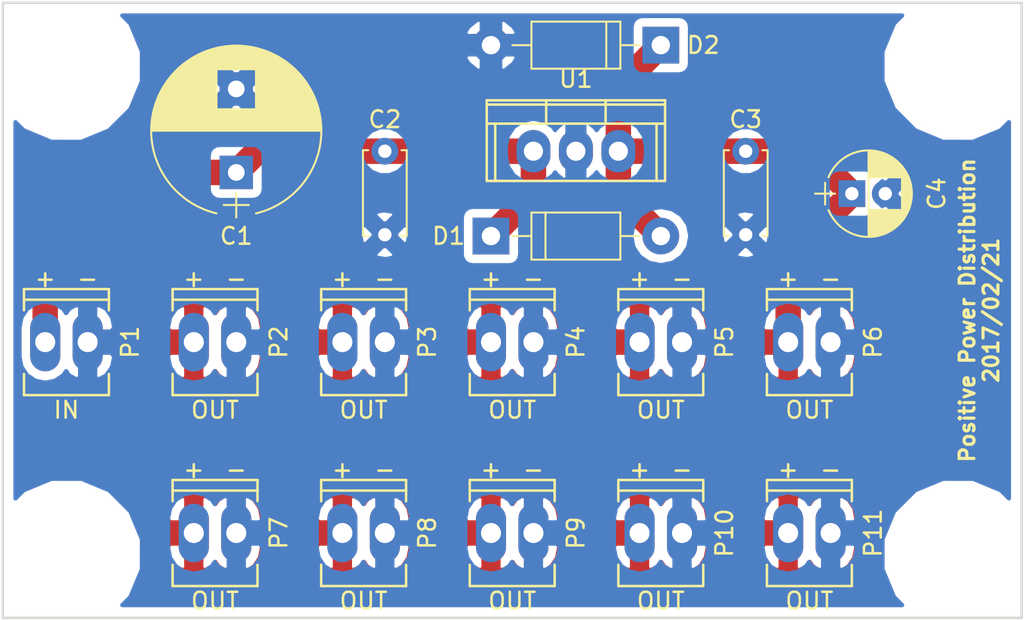
<source format=kicad_pcb>
(kicad_pcb (version 4) (host pcbnew 4.0.5)

  (general
    (links 34)
    (no_connects 0)
    (area 126.310429 84.314 196.269572 125.336)
    (thickness 1.6)
    (drawings 5)
    (tracks 17)
    (zones 0)
    (modules 22)
    (nets 4)
  )

  (page A)
  (title_block
    (title "Positive Power Distributoin")
    (date 2017-02-21)
    (rev 1.0)
    (company "Rice University")
  )

  (layers
    (0 F.Cu signal)
    (31 B.Cu signal)
    (32 B.Adhes user)
    (33 F.Adhes user)
    (34 B.Paste user)
    (35 F.Paste user)
    (36 B.SilkS user)
    (37 F.SilkS user)
    (38 B.Mask user)
    (39 F.Mask user)
    (40 Dwgs.User user)
    (41 Cmts.User user)
    (42 Eco1.User user)
    (43 Eco2.User user)
    (44 Edge.Cuts user)
    (45 Margin user)
    (46 B.CrtYd user)
    (47 F.CrtYd user hide)
    (48 B.Fab user hide)
    (49 F.Fab user hide)
  )

  (setup
    (last_trace_width 1.524)
    (trace_clearance 0.381)
    (zone_clearance 0.508)
    (zone_45_only no)
    (trace_min 0.2)
    (segment_width 0.2)
    (edge_width 0.15)
    (via_size 0.6)
    (via_drill 0.4)
    (via_min_size 0.4)
    (via_min_drill 0.3)
    (uvia_size 0.3)
    (uvia_drill 0.1)
    (uvias_allowed no)
    (uvia_min_size 0.2)
    (uvia_min_drill 0.1)
    (pcb_text_width 0.3)
    (pcb_text_size 1.5 1.5)
    (mod_edge_width 0.15)
    (mod_text_size 1 1)
    (mod_text_width 0.15)
    (pad_size 3.7 3.7)
    (pad_drill 3.7)
    (pad_to_mask_clearance 0.2)
    (aux_axis_origin 130.81 86.36)
    (grid_origin 130.81 86.36)
    (visible_elements 7FFFFFFF)
    (pcbplotparams
      (layerselection 0x00030_80000001)
      (usegerberextensions false)
      (excludeedgelayer true)
      (linewidth 0.100000)
      (plotframeref false)
      (viasonmask false)
      (mode 1)
      (useauxorigin false)
      (hpglpennumber 1)
      (hpglpenspeed 20)
      (hpglpendiameter 15)
      (hpglpenoverlay 2)
      (psnegative false)
      (psa4output false)
      (plotreference true)
      (plotvalue true)
      (plotinvisibletext false)
      (padsonsilk false)
      (subtractmaskfromsilk false)
      (outputformat 1)
      (mirror false)
      (drillshape 1)
      (scaleselection 1)
      (outputdirectory ""))
  )

  (net 0 "")
  (net 1 VCC)
  (net 2 GND)
  (net 3 V_OUT)

  (net_class Default "This is the default net class."
    (clearance 0.381)
    (trace_width 1.524)
    (via_dia 0.6)
    (via_drill 0.4)
    (uvia_dia 0.3)
    (uvia_drill 0.1)
    (add_net GND)
    (add_net VCC)
    (add_net V_OUT)
  )

  (module Sockets_MOLEX_KK-System:Socket_MOLEX-KK-RM2-54mm_Lock_2pin_straight (layer F.Cu) (tedit 58AD01C5) (tstamp 58ACF7AA)
    (at 161.29 118.11)
    (descr "Socket, MOLEX, KK, RM 2.54mm, Lock, 2pin, straight,")
    (tags "Socket, MOLEX, KK, RM 2.54mm, Lock, 2pin, straight,")
    (path /58AD1A83)
    (fp_text reference P9 (at 3.81 0 90) (layer F.SilkS)
      (effects (font (size 1 1) (thickness 0.15)))
    )
    (fp_text value OUT (at 0 4.064) (layer F.SilkS)
      (effects (font (size 1 1) (thickness 0.15)))
    )
    (fp_text user - (at 1.27 -3.81) (layer F.SilkS)
      (effects (font (size 1 1) (thickness 0.15)))
    )
    (fp_text user + (at -1.27 -3.81) (layer F.SilkS)
      (effects (font (size 1 1) (thickness 0.15)))
    )
    (fp_line (start -2.54 -2.54) (end 2.54 -2.54) (layer F.SilkS) (width 0.15))
    (fp_line (start 2.54 3.175) (end 2.54 1.905) (layer F.SilkS) (width 0.15))
    (fp_line (start 2.54 -2.54) (end 2.54 -1.905) (layer F.SilkS) (width 0.15))
    (fp_line (start -2.54 2.54) (end -2.54 1.905) (layer F.SilkS) (width 0.15))
    (fp_line (start -2.54 -2.54) (end -2.54 -1.905) (layer F.SilkS) (width 0.15))
    (fp_line (start -2.54 -2.54) (end -2.54 -3.175) (layer F.SilkS) (width 0.15))
    (fp_line (start -2.54 -3.175) (end 2.54 -3.175) (layer F.SilkS) (width 0.15))
    (fp_line (start 2.54 -3.175) (end 2.54 -2.54) (layer F.SilkS) (width 0.15))
    (fp_line (start 2.54 3.175) (end -2.54 3.175) (layer F.SilkS) (width 0.15))
    (fp_line (start -2.54 3.175) (end -2.54 2.54) (layer F.SilkS) (width 0.15))
    (pad 1 thru_hole oval (at -1.27 0) (size 1.80086 3.50012) (drill 1.19888) (layers *.Cu *.Mask)
      (net 3 V_OUT))
    (pad 2 thru_hole oval (at 1.27 0) (size 1.80086 3.50012) (drill 1.19888) (layers *.Cu *.Mask)
      (net 2 GND))
  )

  (module Sockets_MOLEX_KK-System:Socket_MOLEX-KK-RM2-54mm_Lock_2pin_straight (layer F.Cu) (tedit 58AD01BB) (tstamp 58ACF7A5)
    (at 152.4 118.11)
    (descr "Socket, MOLEX, KK, RM 2.54mm, Lock, 2pin, straight,")
    (tags "Socket, MOLEX, KK, RM 2.54mm, Lock, 2pin, straight,")
    (path /58AD1A73)
    (fp_text reference P8 (at 3.81 0 90) (layer F.SilkS)
      (effects (font (size 1 1) (thickness 0.15)))
    )
    (fp_text value OUT (at 0 4.064) (layer F.SilkS)
      (effects (font (size 1 1) (thickness 0.15)))
    )
    (fp_text user - (at 1.27 -3.81) (layer F.SilkS)
      (effects (font (size 1 1) (thickness 0.15)))
    )
    (fp_text user + (at -1.27 -3.81) (layer F.SilkS)
      (effects (font (size 1 1) (thickness 0.15)))
    )
    (fp_line (start -2.54 -2.54) (end 2.54 -2.54) (layer F.SilkS) (width 0.15))
    (fp_line (start 2.54 3.175) (end 2.54 1.905) (layer F.SilkS) (width 0.15))
    (fp_line (start 2.54 -2.54) (end 2.54 -1.905) (layer F.SilkS) (width 0.15))
    (fp_line (start -2.54 2.54) (end -2.54 1.905) (layer F.SilkS) (width 0.15))
    (fp_line (start -2.54 -2.54) (end -2.54 -1.905) (layer F.SilkS) (width 0.15))
    (fp_line (start -2.54 -2.54) (end -2.54 -3.175) (layer F.SilkS) (width 0.15))
    (fp_line (start -2.54 -3.175) (end 2.54 -3.175) (layer F.SilkS) (width 0.15))
    (fp_line (start 2.54 -3.175) (end 2.54 -2.54) (layer F.SilkS) (width 0.15))
    (fp_line (start 2.54 3.175) (end -2.54 3.175) (layer F.SilkS) (width 0.15))
    (fp_line (start -2.54 3.175) (end -2.54 2.54) (layer F.SilkS) (width 0.15))
    (pad 1 thru_hole oval (at -1.27 0) (size 1.80086 3.50012) (drill 1.19888) (layers *.Cu *.Mask)
      (net 3 V_OUT))
    (pad 2 thru_hole oval (at 1.27 0) (size 1.80086 3.50012) (drill 1.19888) (layers *.Cu *.Mask)
      (net 2 GND))
  )

  (module Sockets_MOLEX_KK-System:Socket_MOLEX-KK-RM2-54mm_Lock_2pin_straight (layer F.Cu) (tedit 58AD01B1) (tstamp 58ACF7A0)
    (at 143.51 118.11)
    (descr "Socket, MOLEX, KK, RM 2.54mm, Lock, 2pin, straight,")
    (tags "Socket, MOLEX, KK, RM 2.54mm, Lock, 2pin, straight,")
    (path /58AD1A63)
    (fp_text reference P7 (at 3.81 0 90) (layer F.SilkS)
      (effects (font (size 1 1) (thickness 0.15)))
    )
    (fp_text value OUT (at 0 4.064) (layer F.SilkS)
      (effects (font (size 1 1) (thickness 0.15)))
    )
    (fp_text user - (at 1.27 -3.81) (layer F.SilkS)
      (effects (font (size 1 1) (thickness 0.15)))
    )
    (fp_text user + (at -1.27 -3.81) (layer F.SilkS)
      (effects (font (size 1 1) (thickness 0.15)))
    )
    (fp_line (start -2.54 -2.54) (end 2.54 -2.54) (layer F.SilkS) (width 0.15))
    (fp_line (start 2.54 3.175) (end 2.54 1.905) (layer F.SilkS) (width 0.15))
    (fp_line (start 2.54 -2.54) (end 2.54 -1.905) (layer F.SilkS) (width 0.15))
    (fp_line (start -2.54 2.54) (end -2.54 1.905) (layer F.SilkS) (width 0.15))
    (fp_line (start -2.54 -2.54) (end -2.54 -1.905) (layer F.SilkS) (width 0.15))
    (fp_line (start -2.54 -2.54) (end -2.54 -3.175) (layer F.SilkS) (width 0.15))
    (fp_line (start -2.54 -3.175) (end 2.54 -3.175) (layer F.SilkS) (width 0.15))
    (fp_line (start 2.54 -3.175) (end 2.54 -2.54) (layer F.SilkS) (width 0.15))
    (fp_line (start 2.54 3.175) (end -2.54 3.175) (layer F.SilkS) (width 0.15))
    (fp_line (start -2.54 3.175) (end -2.54 2.54) (layer F.SilkS) (width 0.15))
    (pad 1 thru_hole oval (at -1.27 0) (size 1.80086 3.50012) (drill 1.19888) (layers *.Cu *.Mask)
      (net 3 V_OUT))
    (pad 2 thru_hole oval (at 1.27 0) (size 1.80086 3.50012) (drill 1.19888) (layers *.Cu *.Mask)
      (net 2 GND))
  )

  (module Sockets_MOLEX_KK-System:Socket_MOLEX-KK-RM2-54mm_Lock_2pin_straight (layer F.Cu) (tedit 58AD01A8) (tstamp 58ACF7AF)
    (at 170.18 118.11)
    (descr "Socket, MOLEX, KK, RM 2.54mm, Lock, 2pin, straight,")
    (tags "Socket, MOLEX, KK, RM 2.54mm, Lock, 2pin, straight,")
    (path /58AD1A93)
    (fp_text reference P10 (at 3.81 0 90) (layer F.SilkS)
      (effects (font (size 1 1) (thickness 0.15)))
    )
    (fp_text value OUT (at 0 4.064) (layer F.SilkS)
      (effects (font (size 1 1) (thickness 0.15)))
    )
    (fp_text user - (at 1.27 -3.81) (layer F.SilkS)
      (effects (font (size 1 1) (thickness 0.15)))
    )
    (fp_text user + (at -1.27 -3.81) (layer F.SilkS)
      (effects (font (size 1 1) (thickness 0.15)))
    )
    (fp_line (start -2.54 -2.54) (end 2.54 -2.54) (layer F.SilkS) (width 0.15))
    (fp_line (start 2.54 3.175) (end 2.54 1.905) (layer F.SilkS) (width 0.15))
    (fp_line (start 2.54 -2.54) (end 2.54 -1.905) (layer F.SilkS) (width 0.15))
    (fp_line (start -2.54 2.54) (end -2.54 1.905) (layer F.SilkS) (width 0.15))
    (fp_line (start -2.54 -2.54) (end -2.54 -1.905) (layer F.SilkS) (width 0.15))
    (fp_line (start -2.54 -2.54) (end -2.54 -3.175) (layer F.SilkS) (width 0.15))
    (fp_line (start -2.54 -3.175) (end 2.54 -3.175) (layer F.SilkS) (width 0.15))
    (fp_line (start 2.54 -3.175) (end 2.54 -2.54) (layer F.SilkS) (width 0.15))
    (fp_line (start 2.54 3.175) (end -2.54 3.175) (layer F.SilkS) (width 0.15))
    (fp_line (start -2.54 3.175) (end -2.54 2.54) (layer F.SilkS) (width 0.15))
    (pad 1 thru_hole oval (at -1.27 0) (size 1.80086 3.50012) (drill 1.19888) (layers *.Cu *.Mask)
      (net 3 V_OUT))
    (pad 2 thru_hole oval (at 1.27 0) (size 1.80086 3.50012) (drill 1.19888) (layers *.Cu *.Mask)
      (net 2 GND))
  )

  (module Sockets_MOLEX_KK-System:Socket_MOLEX-KK-RM2-54mm_Lock_2pin_straight (layer F.Cu) (tedit 58AD019D) (tstamp 58ACF7B4)
    (at 179.07 118.11)
    (descr "Socket, MOLEX, KK, RM 2.54mm, Lock, 2pin, straight,")
    (tags "Socket, MOLEX, KK, RM 2.54mm, Lock, 2pin, straight,")
    (path /58AD1AA3)
    (fp_text reference P11 (at 3.81 0 90) (layer F.SilkS)
      (effects (font (size 1 1) (thickness 0.15)))
    )
    (fp_text value OUT (at 0 4.064) (layer F.SilkS)
      (effects (font (size 1 1) (thickness 0.15)))
    )
    (fp_text user - (at 1.27 -3.81) (layer F.SilkS)
      (effects (font (size 1 1) (thickness 0.15)))
    )
    (fp_text user + (at -1.27 -3.81) (layer F.SilkS)
      (effects (font (size 1 1) (thickness 0.15)))
    )
    (fp_line (start -2.54 -2.54) (end 2.54 -2.54) (layer F.SilkS) (width 0.15))
    (fp_line (start 2.54 3.175) (end 2.54 1.905) (layer F.SilkS) (width 0.15))
    (fp_line (start 2.54 -2.54) (end 2.54 -1.905) (layer F.SilkS) (width 0.15))
    (fp_line (start -2.54 2.54) (end -2.54 1.905) (layer F.SilkS) (width 0.15))
    (fp_line (start -2.54 -2.54) (end -2.54 -1.905) (layer F.SilkS) (width 0.15))
    (fp_line (start -2.54 -2.54) (end -2.54 -3.175) (layer F.SilkS) (width 0.15))
    (fp_line (start -2.54 -3.175) (end 2.54 -3.175) (layer F.SilkS) (width 0.15))
    (fp_line (start 2.54 -3.175) (end 2.54 -2.54) (layer F.SilkS) (width 0.15))
    (fp_line (start 2.54 3.175) (end -2.54 3.175) (layer F.SilkS) (width 0.15))
    (fp_line (start -2.54 3.175) (end -2.54 2.54) (layer F.SilkS) (width 0.15))
    (pad 1 thru_hole oval (at -1.27 0) (size 1.80086 3.50012) (drill 1.19888) (layers *.Cu *.Mask)
      (net 3 V_OUT))
    (pad 2 thru_hole oval (at 1.27 0) (size 1.80086 3.50012) (drill 1.19888) (layers *.Cu *.Mask)
      (net 2 GND))
  )

  (module Sockets_MOLEX_KK-System:Socket_MOLEX-KK-RM2-54mm_Lock_2pin_straight (layer F.Cu) (tedit 58AD0192) (tstamp 58ACF79B)
    (at 179.07 106.68)
    (descr "Socket, MOLEX, KK, RM 2.54mm, Lock, 2pin, straight,")
    (tags "Socket, MOLEX, KK, RM 2.54mm, Lock, 2pin, straight,")
    (path /58AD1852)
    (fp_text reference P6 (at 3.81 0 90) (layer F.SilkS)
      (effects (font (size 1 1) (thickness 0.15)))
    )
    (fp_text value OUT (at 0 4.064) (layer F.SilkS)
      (effects (font (size 1 1) (thickness 0.15)))
    )
    (fp_text user - (at 1.27 -3.81) (layer F.SilkS)
      (effects (font (size 1 1) (thickness 0.15)))
    )
    (fp_text user + (at -1.27 -3.81) (layer F.SilkS)
      (effects (font (size 1 1) (thickness 0.15)))
    )
    (fp_line (start -2.54 -2.54) (end 2.54 -2.54) (layer F.SilkS) (width 0.15))
    (fp_line (start 2.54 3.175) (end 2.54 1.905) (layer F.SilkS) (width 0.15))
    (fp_line (start 2.54 -2.54) (end 2.54 -1.905) (layer F.SilkS) (width 0.15))
    (fp_line (start -2.54 2.54) (end -2.54 1.905) (layer F.SilkS) (width 0.15))
    (fp_line (start -2.54 -2.54) (end -2.54 -1.905) (layer F.SilkS) (width 0.15))
    (fp_line (start -2.54 -2.54) (end -2.54 -3.175) (layer F.SilkS) (width 0.15))
    (fp_line (start -2.54 -3.175) (end 2.54 -3.175) (layer F.SilkS) (width 0.15))
    (fp_line (start 2.54 -3.175) (end 2.54 -2.54) (layer F.SilkS) (width 0.15))
    (fp_line (start 2.54 3.175) (end -2.54 3.175) (layer F.SilkS) (width 0.15))
    (fp_line (start -2.54 3.175) (end -2.54 2.54) (layer F.SilkS) (width 0.15))
    (pad 1 thru_hole oval (at -1.27 0) (size 1.80086 3.50012) (drill 1.19888) (layers *.Cu *.Mask)
      (net 3 V_OUT))
    (pad 2 thru_hole oval (at 1.27 0) (size 1.80086 3.50012) (drill 1.19888) (layers *.Cu *.Mask)
      (net 2 GND))
  )

  (module Sockets_MOLEX_KK-System:Socket_MOLEX-KK-RM2-54mm_Lock_2pin_straight (layer F.Cu) (tedit 58AD0188) (tstamp 58ACF796)
    (at 170.18 106.68)
    (descr "Socket, MOLEX, KK, RM 2.54mm, Lock, 2pin, straight,")
    (tags "Socket, MOLEX, KK, RM 2.54mm, Lock, 2pin, straight,")
    (path /58AD156D)
    (fp_text reference P5 (at 3.81 0 90) (layer F.SilkS)
      (effects (font (size 1 1) (thickness 0.15)))
    )
    (fp_text value OUT (at 0 4.064) (layer F.SilkS)
      (effects (font (size 1 1) (thickness 0.15)))
    )
    (fp_text user - (at 1.27 -3.81) (layer F.SilkS)
      (effects (font (size 1 1) (thickness 0.15)))
    )
    (fp_text user + (at -1.27 -3.81) (layer F.SilkS)
      (effects (font (size 1 1) (thickness 0.15)))
    )
    (fp_line (start -2.54 -2.54) (end 2.54 -2.54) (layer F.SilkS) (width 0.15))
    (fp_line (start 2.54 3.175) (end 2.54 1.905) (layer F.SilkS) (width 0.15))
    (fp_line (start 2.54 -2.54) (end 2.54 -1.905) (layer F.SilkS) (width 0.15))
    (fp_line (start -2.54 2.54) (end -2.54 1.905) (layer F.SilkS) (width 0.15))
    (fp_line (start -2.54 -2.54) (end -2.54 -1.905) (layer F.SilkS) (width 0.15))
    (fp_line (start -2.54 -2.54) (end -2.54 -3.175) (layer F.SilkS) (width 0.15))
    (fp_line (start -2.54 -3.175) (end 2.54 -3.175) (layer F.SilkS) (width 0.15))
    (fp_line (start 2.54 -3.175) (end 2.54 -2.54) (layer F.SilkS) (width 0.15))
    (fp_line (start 2.54 3.175) (end -2.54 3.175) (layer F.SilkS) (width 0.15))
    (fp_line (start -2.54 3.175) (end -2.54 2.54) (layer F.SilkS) (width 0.15))
    (pad 1 thru_hole oval (at -1.27 0) (size 1.80086 3.50012) (drill 1.19888) (layers *.Cu *.Mask)
      (net 3 V_OUT))
    (pad 2 thru_hole oval (at 1.27 0) (size 1.80086 3.50012) (drill 1.19888) (layers *.Cu *.Mask)
      (net 2 GND))
  )

  (module Sockets_MOLEX_KK-System:Socket_MOLEX-KK-RM2-54mm_Lock_2pin_straight (layer F.Cu) (tedit 58AD017C) (tstamp 58ACF791)
    (at 161.29 106.68)
    (descr "Socket, MOLEX, KK, RM 2.54mm, Lock, 2pin, straight,")
    (tags "Socket, MOLEX, KK, RM 2.54mm, Lock, 2pin, straight,")
    (path /58AD155D)
    (fp_text reference P4 (at 3.81 0 90) (layer F.SilkS)
      (effects (font (size 1 1) (thickness 0.15)))
    )
    (fp_text value OUT (at 0 4.064) (layer F.SilkS)
      (effects (font (size 1 1) (thickness 0.15)))
    )
    (fp_text user - (at 1.27 -3.81) (layer F.SilkS)
      (effects (font (size 1 1) (thickness 0.15)))
    )
    (fp_text user + (at -1.27 -3.81) (layer F.SilkS)
      (effects (font (size 1 1) (thickness 0.15)))
    )
    (fp_line (start -2.54 -2.54) (end 2.54 -2.54) (layer F.SilkS) (width 0.15))
    (fp_line (start 2.54 3.175) (end 2.54 1.905) (layer F.SilkS) (width 0.15))
    (fp_line (start 2.54 -2.54) (end 2.54 -1.905) (layer F.SilkS) (width 0.15))
    (fp_line (start -2.54 2.54) (end -2.54 1.905) (layer F.SilkS) (width 0.15))
    (fp_line (start -2.54 -2.54) (end -2.54 -1.905) (layer F.SilkS) (width 0.15))
    (fp_line (start -2.54 -2.54) (end -2.54 -3.175) (layer F.SilkS) (width 0.15))
    (fp_line (start -2.54 -3.175) (end 2.54 -3.175) (layer F.SilkS) (width 0.15))
    (fp_line (start 2.54 -3.175) (end 2.54 -2.54) (layer F.SilkS) (width 0.15))
    (fp_line (start 2.54 3.175) (end -2.54 3.175) (layer F.SilkS) (width 0.15))
    (fp_line (start -2.54 3.175) (end -2.54 2.54) (layer F.SilkS) (width 0.15))
    (pad 1 thru_hole oval (at -1.27 0) (size 1.80086 3.50012) (drill 1.19888) (layers *.Cu *.Mask)
      (net 3 V_OUT))
    (pad 2 thru_hole oval (at 1.27 0) (size 1.80086 3.50012) (drill 1.19888) (layers *.Cu *.Mask)
      (net 2 GND))
  )

  (module Sockets_MOLEX_KK-System:Socket_MOLEX-KK-RM2-54mm_Lock_2pin_straight (layer F.Cu) (tedit 58AD0173) (tstamp 58ACF78C)
    (at 152.4 106.68)
    (descr "Socket, MOLEX, KK, RM 2.54mm, Lock, 2pin, straight,")
    (tags "Socket, MOLEX, KK, RM 2.54mm, Lock, 2pin, straight,")
    (path /58AD14D1)
    (fp_text reference P3 (at 3.81 0 90) (layer F.SilkS)
      (effects (font (size 1 1) (thickness 0.15)))
    )
    (fp_text value OUT (at 0 4.064) (layer F.SilkS)
      (effects (font (size 1 1) (thickness 0.15)))
    )
    (fp_text user - (at 1.27 -3.81) (layer F.SilkS)
      (effects (font (size 1 1) (thickness 0.15)))
    )
    (fp_text user + (at -1.27 -3.81) (layer F.SilkS)
      (effects (font (size 1 1) (thickness 0.15)))
    )
    (fp_line (start -2.54 -2.54) (end 2.54 -2.54) (layer F.SilkS) (width 0.15))
    (fp_line (start 2.54 3.175) (end 2.54 1.905) (layer F.SilkS) (width 0.15))
    (fp_line (start 2.54 -2.54) (end 2.54 -1.905) (layer F.SilkS) (width 0.15))
    (fp_line (start -2.54 2.54) (end -2.54 1.905) (layer F.SilkS) (width 0.15))
    (fp_line (start -2.54 -2.54) (end -2.54 -1.905) (layer F.SilkS) (width 0.15))
    (fp_line (start -2.54 -2.54) (end -2.54 -3.175) (layer F.SilkS) (width 0.15))
    (fp_line (start -2.54 -3.175) (end 2.54 -3.175) (layer F.SilkS) (width 0.15))
    (fp_line (start 2.54 -3.175) (end 2.54 -2.54) (layer F.SilkS) (width 0.15))
    (fp_line (start 2.54 3.175) (end -2.54 3.175) (layer F.SilkS) (width 0.15))
    (fp_line (start -2.54 3.175) (end -2.54 2.54) (layer F.SilkS) (width 0.15))
    (pad 1 thru_hole oval (at -1.27 0) (size 1.80086 3.50012) (drill 1.19888) (layers *.Cu *.Mask)
      (net 3 V_OUT))
    (pad 2 thru_hole oval (at 1.27 0) (size 1.80086 3.50012) (drill 1.19888) (layers *.Cu *.Mask)
      (net 2 GND))
  )

  (module Sockets_MOLEX_KK-System:Socket_MOLEX-KK-RM2-54mm_Lock_2pin_straight (layer F.Cu) (tedit 58AD0167) (tstamp 58ACF787)
    (at 143.51 106.68)
    (descr "Socket, MOLEX, KK, RM 2.54mm, Lock, 2pin, straight,")
    (tags "Socket, MOLEX, KK, RM 2.54mm, Lock, 2pin, straight,")
    (path /58ACFA03)
    (fp_text reference P2 (at 3.81 0 90) (layer F.SilkS)
      (effects (font (size 1 1) (thickness 0.15)))
    )
    (fp_text value OUT (at 0 4.064) (layer F.SilkS)
      (effects (font (size 1 1) (thickness 0.15)))
    )
    (fp_text user - (at 1.27 -3.81) (layer F.SilkS)
      (effects (font (size 1 1) (thickness 0.15)))
    )
    (fp_text user + (at -1.27 -3.81) (layer F.SilkS)
      (effects (font (size 1 1) (thickness 0.15)))
    )
    (fp_line (start -2.54 -2.54) (end 2.54 -2.54) (layer F.SilkS) (width 0.15))
    (fp_line (start 2.54 3.175) (end 2.54 1.905) (layer F.SilkS) (width 0.15))
    (fp_line (start 2.54 -2.54) (end 2.54 -1.905) (layer F.SilkS) (width 0.15))
    (fp_line (start -2.54 2.54) (end -2.54 1.905) (layer F.SilkS) (width 0.15))
    (fp_line (start -2.54 -2.54) (end -2.54 -1.905) (layer F.SilkS) (width 0.15))
    (fp_line (start -2.54 -2.54) (end -2.54 -3.175) (layer F.SilkS) (width 0.15))
    (fp_line (start -2.54 -3.175) (end 2.54 -3.175) (layer F.SilkS) (width 0.15))
    (fp_line (start 2.54 -3.175) (end 2.54 -2.54) (layer F.SilkS) (width 0.15))
    (fp_line (start 2.54 3.175) (end -2.54 3.175) (layer F.SilkS) (width 0.15))
    (fp_line (start -2.54 3.175) (end -2.54 2.54) (layer F.SilkS) (width 0.15))
    (pad 1 thru_hole oval (at -1.27 0) (size 1.80086 3.50012) (drill 1.19888) (layers *.Cu *.Mask)
      (net 3 V_OUT))
    (pad 2 thru_hole oval (at 1.27 0) (size 1.80086 3.50012) (drill 1.19888) (layers *.Cu *.Mask)
      (net 2 GND))
  )

  (module Sockets_MOLEX_KK-System:Socket_MOLEX-KK-RM2-54mm_Lock_2pin_straight (layer F.Cu) (tedit 58AD013A) (tstamp 58ACF782)
    (at 134.62 106.68)
    (descr "Socket, MOLEX, KK, RM 2.54mm, Lock, 2pin, straight,")
    (tags "Socket, MOLEX, KK, RM 2.54mm, Lock, 2pin, straight,")
    (path /58ACF0E7)
    (fp_text reference P1 (at 3.81 0 90) (layer F.SilkS)
      (effects (font (size 1 1) (thickness 0.15)))
    )
    (fp_text value IN (at 0 4.064) (layer F.SilkS)
      (effects (font (size 1 1) (thickness 0.15)))
    )
    (fp_text user - (at 1.27 -3.81) (layer F.SilkS)
      (effects (font (size 1 1) (thickness 0.15)))
    )
    (fp_text user + (at -1.27 -3.81) (layer F.SilkS)
      (effects (font (size 1 1) (thickness 0.15)))
    )
    (fp_line (start -2.54 -2.54) (end 2.54 -2.54) (layer F.SilkS) (width 0.15))
    (fp_line (start 2.54 3.175) (end 2.54 1.905) (layer F.SilkS) (width 0.15))
    (fp_line (start 2.54 -2.54) (end 2.54 -1.905) (layer F.SilkS) (width 0.15))
    (fp_line (start -2.54 2.54) (end -2.54 1.905) (layer F.SilkS) (width 0.15))
    (fp_line (start -2.54 -2.54) (end -2.54 -1.905) (layer F.SilkS) (width 0.15))
    (fp_line (start -2.54 -2.54) (end -2.54 -3.175) (layer F.SilkS) (width 0.15))
    (fp_line (start -2.54 -3.175) (end 2.54 -3.175) (layer F.SilkS) (width 0.15))
    (fp_line (start 2.54 -3.175) (end 2.54 -2.54) (layer F.SilkS) (width 0.15))
    (fp_line (start 2.54 3.175) (end -2.54 3.175) (layer F.SilkS) (width 0.15))
    (fp_line (start -2.54 3.175) (end -2.54 2.54) (layer F.SilkS) (width 0.15))
    (pad 1 thru_hole oval (at -1.27 0) (size 1.80086 3.50012) (drill 1.19888) (layers *.Cu *.Mask)
      (net 1 VCC))
    (pad 2 thru_hole oval (at 1.27 0) (size 1.80086 3.50012) (drill 1.19888) (layers *.Cu *.Mask)
      (net 2 GND))
  )

  (module Capacitors_ThroughHole:CP_Radial_D10.0mm_P5.00mm (layer F.Cu) (tedit 58ACF9E5) (tstamp 58ACF63B)
    (at 144.78 96.52 90)
    (descr "CP, Radial series, Radial, pin pitch=5.00mm, , diameter=10mm, Electrolytic Capacitor")
    (tags "CP Radial series Radial pin pitch 5.00mm  diameter 10mm Electrolytic Capacitor")
    (path /58ACF6C0)
    (fp_text reference C1 (at -3.81 0 180) (layer F.SilkS)
      (effects (font (size 1 1) (thickness 0.15)))
    )
    (fp_text value CP1 (at 2.54 0 180) (layer F.Fab)
      (effects (font (size 1 1) (thickness 0.15)))
    )
    (fp_arc (start 2.5 0) (end -2.451333 -1.18) (angle 153.2) (layer F.SilkS) (width 0.12))
    (fp_arc (start 2.5 0) (end -2.451333 1.18) (angle -153.2) (layer F.SilkS) (width 0.12))
    (fp_arc (start 2.5 0) (end 7.451333 -1.18) (angle 26.8) (layer F.SilkS) (width 0.12))
    (fp_circle (center 2.5 0) (end 7.5 0) (layer F.Fab) (width 0.1))
    (fp_line (start -2.7 0) (end -1.2 0) (layer F.Fab) (width 0.1))
    (fp_line (start -1.95 -0.75) (end -1.95 0.75) (layer F.Fab) (width 0.1))
    (fp_line (start 2.5 -5.05) (end 2.5 5.05) (layer F.SilkS) (width 0.12))
    (fp_line (start 2.54 -5.05) (end 2.54 5.05) (layer F.SilkS) (width 0.12))
    (fp_line (start 2.58 -5.05) (end 2.58 5.05) (layer F.SilkS) (width 0.12))
    (fp_line (start 2.62 -5.049) (end 2.62 5.049) (layer F.SilkS) (width 0.12))
    (fp_line (start 2.66 -5.048) (end 2.66 5.048) (layer F.SilkS) (width 0.12))
    (fp_line (start 2.7 -5.047) (end 2.7 5.047) (layer F.SilkS) (width 0.12))
    (fp_line (start 2.74 -5.045) (end 2.74 5.045) (layer F.SilkS) (width 0.12))
    (fp_line (start 2.78 -5.043) (end 2.78 5.043) (layer F.SilkS) (width 0.12))
    (fp_line (start 2.82 -5.04) (end 2.82 5.04) (layer F.SilkS) (width 0.12))
    (fp_line (start 2.86 -5.038) (end 2.86 5.038) (layer F.SilkS) (width 0.12))
    (fp_line (start 2.9 -5.035) (end 2.9 5.035) (layer F.SilkS) (width 0.12))
    (fp_line (start 2.94 -5.031) (end 2.94 5.031) (layer F.SilkS) (width 0.12))
    (fp_line (start 2.98 -5.028) (end 2.98 5.028) (layer F.SilkS) (width 0.12))
    (fp_line (start 3.02 -5.024) (end 3.02 5.024) (layer F.SilkS) (width 0.12))
    (fp_line (start 3.06 -5.02) (end 3.06 5.02) (layer F.SilkS) (width 0.12))
    (fp_line (start 3.1 -5.015) (end 3.1 5.015) (layer F.SilkS) (width 0.12))
    (fp_line (start 3.14 -5.01) (end 3.14 5.01) (layer F.SilkS) (width 0.12))
    (fp_line (start 3.18 -5.005) (end 3.18 5.005) (layer F.SilkS) (width 0.12))
    (fp_line (start 3.221 -4.999) (end 3.221 4.999) (layer F.SilkS) (width 0.12))
    (fp_line (start 3.261 -4.993) (end 3.261 4.993) (layer F.SilkS) (width 0.12))
    (fp_line (start 3.301 -4.987) (end 3.301 4.987) (layer F.SilkS) (width 0.12))
    (fp_line (start 3.341 -4.981) (end 3.341 4.981) (layer F.SilkS) (width 0.12))
    (fp_line (start 3.381 -4.974) (end 3.381 4.974) (layer F.SilkS) (width 0.12))
    (fp_line (start 3.421 -4.967) (end 3.421 4.967) (layer F.SilkS) (width 0.12))
    (fp_line (start 3.461 -4.959) (end 3.461 4.959) (layer F.SilkS) (width 0.12))
    (fp_line (start 3.501 -4.951) (end 3.501 4.951) (layer F.SilkS) (width 0.12))
    (fp_line (start 3.541 -4.943) (end 3.541 4.943) (layer F.SilkS) (width 0.12))
    (fp_line (start 3.581 -4.935) (end 3.581 4.935) (layer F.SilkS) (width 0.12))
    (fp_line (start 3.621 -4.926) (end 3.621 4.926) (layer F.SilkS) (width 0.12))
    (fp_line (start 3.661 -4.917) (end 3.661 4.917) (layer F.SilkS) (width 0.12))
    (fp_line (start 3.701 -4.907) (end 3.701 4.907) (layer F.SilkS) (width 0.12))
    (fp_line (start 3.741 -4.897) (end 3.741 4.897) (layer F.SilkS) (width 0.12))
    (fp_line (start 3.781 -4.887) (end 3.781 4.887) (layer F.SilkS) (width 0.12))
    (fp_line (start 3.821 -4.876) (end 3.821 -1.181) (layer F.SilkS) (width 0.12))
    (fp_line (start 3.821 1.181) (end 3.821 4.876) (layer F.SilkS) (width 0.12))
    (fp_line (start 3.861 -4.865) (end 3.861 -1.181) (layer F.SilkS) (width 0.12))
    (fp_line (start 3.861 1.181) (end 3.861 4.865) (layer F.SilkS) (width 0.12))
    (fp_line (start 3.901 -4.854) (end 3.901 -1.181) (layer F.SilkS) (width 0.12))
    (fp_line (start 3.901 1.181) (end 3.901 4.854) (layer F.SilkS) (width 0.12))
    (fp_line (start 3.941 -4.843) (end 3.941 -1.181) (layer F.SilkS) (width 0.12))
    (fp_line (start 3.941 1.181) (end 3.941 4.843) (layer F.SilkS) (width 0.12))
    (fp_line (start 3.981 -4.831) (end 3.981 -1.181) (layer F.SilkS) (width 0.12))
    (fp_line (start 3.981 1.181) (end 3.981 4.831) (layer F.SilkS) (width 0.12))
    (fp_line (start 4.021 -4.818) (end 4.021 -1.181) (layer F.SilkS) (width 0.12))
    (fp_line (start 4.021 1.181) (end 4.021 4.818) (layer F.SilkS) (width 0.12))
    (fp_line (start 4.061 -4.806) (end 4.061 -1.181) (layer F.SilkS) (width 0.12))
    (fp_line (start 4.061 1.181) (end 4.061 4.806) (layer F.SilkS) (width 0.12))
    (fp_line (start 4.101 -4.792) (end 4.101 -1.181) (layer F.SilkS) (width 0.12))
    (fp_line (start 4.101 1.181) (end 4.101 4.792) (layer F.SilkS) (width 0.12))
    (fp_line (start 4.141 -4.779) (end 4.141 -1.181) (layer F.SilkS) (width 0.12))
    (fp_line (start 4.141 1.181) (end 4.141 4.779) (layer F.SilkS) (width 0.12))
    (fp_line (start 4.181 -4.765) (end 4.181 -1.181) (layer F.SilkS) (width 0.12))
    (fp_line (start 4.181 1.181) (end 4.181 4.765) (layer F.SilkS) (width 0.12))
    (fp_line (start 4.221 -4.751) (end 4.221 -1.181) (layer F.SilkS) (width 0.12))
    (fp_line (start 4.221 1.181) (end 4.221 4.751) (layer F.SilkS) (width 0.12))
    (fp_line (start 4.261 -4.737) (end 4.261 -1.181) (layer F.SilkS) (width 0.12))
    (fp_line (start 4.261 1.181) (end 4.261 4.737) (layer F.SilkS) (width 0.12))
    (fp_line (start 4.301 -4.722) (end 4.301 -1.181) (layer F.SilkS) (width 0.12))
    (fp_line (start 4.301 1.181) (end 4.301 4.722) (layer F.SilkS) (width 0.12))
    (fp_line (start 4.341 -4.706) (end 4.341 -1.181) (layer F.SilkS) (width 0.12))
    (fp_line (start 4.341 1.181) (end 4.341 4.706) (layer F.SilkS) (width 0.12))
    (fp_line (start 4.381 -4.691) (end 4.381 -1.181) (layer F.SilkS) (width 0.12))
    (fp_line (start 4.381 1.181) (end 4.381 4.691) (layer F.SilkS) (width 0.12))
    (fp_line (start 4.421 -4.674) (end 4.421 -1.181) (layer F.SilkS) (width 0.12))
    (fp_line (start 4.421 1.181) (end 4.421 4.674) (layer F.SilkS) (width 0.12))
    (fp_line (start 4.461 -4.658) (end 4.461 -1.181) (layer F.SilkS) (width 0.12))
    (fp_line (start 4.461 1.181) (end 4.461 4.658) (layer F.SilkS) (width 0.12))
    (fp_line (start 4.501 -4.641) (end 4.501 -1.181) (layer F.SilkS) (width 0.12))
    (fp_line (start 4.501 1.181) (end 4.501 4.641) (layer F.SilkS) (width 0.12))
    (fp_line (start 4.541 -4.624) (end 4.541 -1.181) (layer F.SilkS) (width 0.12))
    (fp_line (start 4.541 1.181) (end 4.541 4.624) (layer F.SilkS) (width 0.12))
    (fp_line (start 4.581 -4.606) (end 4.581 -1.181) (layer F.SilkS) (width 0.12))
    (fp_line (start 4.581 1.181) (end 4.581 4.606) (layer F.SilkS) (width 0.12))
    (fp_line (start 4.621 -4.588) (end 4.621 -1.181) (layer F.SilkS) (width 0.12))
    (fp_line (start 4.621 1.181) (end 4.621 4.588) (layer F.SilkS) (width 0.12))
    (fp_line (start 4.661 -4.569) (end 4.661 -1.181) (layer F.SilkS) (width 0.12))
    (fp_line (start 4.661 1.181) (end 4.661 4.569) (layer F.SilkS) (width 0.12))
    (fp_line (start 4.701 -4.55) (end 4.701 -1.181) (layer F.SilkS) (width 0.12))
    (fp_line (start 4.701 1.181) (end 4.701 4.55) (layer F.SilkS) (width 0.12))
    (fp_line (start 4.741 -4.531) (end 4.741 -1.181) (layer F.SilkS) (width 0.12))
    (fp_line (start 4.741 1.181) (end 4.741 4.531) (layer F.SilkS) (width 0.12))
    (fp_line (start 4.781 -4.511) (end 4.781 -1.181) (layer F.SilkS) (width 0.12))
    (fp_line (start 4.781 1.181) (end 4.781 4.511) (layer F.SilkS) (width 0.12))
    (fp_line (start 4.821 -4.491) (end 4.821 -1.181) (layer F.SilkS) (width 0.12))
    (fp_line (start 4.821 1.181) (end 4.821 4.491) (layer F.SilkS) (width 0.12))
    (fp_line (start 4.861 -4.47) (end 4.861 -1.181) (layer F.SilkS) (width 0.12))
    (fp_line (start 4.861 1.181) (end 4.861 4.47) (layer F.SilkS) (width 0.12))
    (fp_line (start 4.901 -4.449) (end 4.901 -1.181) (layer F.SilkS) (width 0.12))
    (fp_line (start 4.901 1.181) (end 4.901 4.449) (layer F.SilkS) (width 0.12))
    (fp_line (start 4.941 -4.428) (end 4.941 -1.181) (layer F.SilkS) (width 0.12))
    (fp_line (start 4.941 1.181) (end 4.941 4.428) (layer F.SilkS) (width 0.12))
    (fp_line (start 4.981 -4.405) (end 4.981 -1.181) (layer F.SilkS) (width 0.12))
    (fp_line (start 4.981 1.181) (end 4.981 4.405) (layer F.SilkS) (width 0.12))
    (fp_line (start 5.021 -4.383) (end 5.021 -1.181) (layer F.SilkS) (width 0.12))
    (fp_line (start 5.021 1.181) (end 5.021 4.383) (layer F.SilkS) (width 0.12))
    (fp_line (start 5.061 -4.36) (end 5.061 -1.181) (layer F.SilkS) (width 0.12))
    (fp_line (start 5.061 1.181) (end 5.061 4.36) (layer F.SilkS) (width 0.12))
    (fp_line (start 5.101 -4.336) (end 5.101 -1.181) (layer F.SilkS) (width 0.12))
    (fp_line (start 5.101 1.181) (end 5.101 4.336) (layer F.SilkS) (width 0.12))
    (fp_line (start 5.141 -4.312) (end 5.141 -1.181) (layer F.SilkS) (width 0.12))
    (fp_line (start 5.141 1.181) (end 5.141 4.312) (layer F.SilkS) (width 0.12))
    (fp_line (start 5.181 -4.288) (end 5.181 -1.181) (layer F.SilkS) (width 0.12))
    (fp_line (start 5.181 1.181) (end 5.181 4.288) (layer F.SilkS) (width 0.12))
    (fp_line (start 5.221 -4.263) (end 5.221 -1.181) (layer F.SilkS) (width 0.12))
    (fp_line (start 5.221 1.181) (end 5.221 4.263) (layer F.SilkS) (width 0.12))
    (fp_line (start 5.261 -4.237) (end 5.261 -1.181) (layer F.SilkS) (width 0.12))
    (fp_line (start 5.261 1.181) (end 5.261 4.237) (layer F.SilkS) (width 0.12))
    (fp_line (start 5.301 -4.211) (end 5.301 -1.181) (layer F.SilkS) (width 0.12))
    (fp_line (start 5.301 1.181) (end 5.301 4.211) (layer F.SilkS) (width 0.12))
    (fp_line (start 5.341 -4.185) (end 5.341 -1.181) (layer F.SilkS) (width 0.12))
    (fp_line (start 5.341 1.181) (end 5.341 4.185) (layer F.SilkS) (width 0.12))
    (fp_line (start 5.381 -4.157) (end 5.381 -1.181) (layer F.SilkS) (width 0.12))
    (fp_line (start 5.381 1.181) (end 5.381 4.157) (layer F.SilkS) (width 0.12))
    (fp_line (start 5.421 -4.13) (end 5.421 -1.181) (layer F.SilkS) (width 0.12))
    (fp_line (start 5.421 1.181) (end 5.421 4.13) (layer F.SilkS) (width 0.12))
    (fp_line (start 5.461 -4.101) (end 5.461 -1.181) (layer F.SilkS) (width 0.12))
    (fp_line (start 5.461 1.181) (end 5.461 4.101) (layer F.SilkS) (width 0.12))
    (fp_line (start 5.501 -4.072) (end 5.501 -1.181) (layer F.SilkS) (width 0.12))
    (fp_line (start 5.501 1.181) (end 5.501 4.072) (layer F.SilkS) (width 0.12))
    (fp_line (start 5.541 -4.043) (end 5.541 -1.181) (layer F.SilkS) (width 0.12))
    (fp_line (start 5.541 1.181) (end 5.541 4.043) (layer F.SilkS) (width 0.12))
    (fp_line (start 5.581 -4.013) (end 5.581 -1.181) (layer F.SilkS) (width 0.12))
    (fp_line (start 5.581 1.181) (end 5.581 4.013) (layer F.SilkS) (width 0.12))
    (fp_line (start 5.621 -3.982) (end 5.621 -1.181) (layer F.SilkS) (width 0.12))
    (fp_line (start 5.621 1.181) (end 5.621 3.982) (layer F.SilkS) (width 0.12))
    (fp_line (start 5.661 -3.951) (end 5.661 -1.181) (layer F.SilkS) (width 0.12))
    (fp_line (start 5.661 1.181) (end 5.661 3.951) (layer F.SilkS) (width 0.12))
    (fp_line (start 5.701 -3.919) (end 5.701 -1.181) (layer F.SilkS) (width 0.12))
    (fp_line (start 5.701 1.181) (end 5.701 3.919) (layer F.SilkS) (width 0.12))
    (fp_line (start 5.741 -3.886) (end 5.741 -1.181) (layer F.SilkS) (width 0.12))
    (fp_line (start 5.741 1.181) (end 5.741 3.886) (layer F.SilkS) (width 0.12))
    (fp_line (start 5.781 -3.853) (end 5.781 -1.181) (layer F.SilkS) (width 0.12))
    (fp_line (start 5.781 1.181) (end 5.781 3.853) (layer F.SilkS) (width 0.12))
    (fp_line (start 5.821 -3.819) (end 5.821 -1.181) (layer F.SilkS) (width 0.12))
    (fp_line (start 5.821 1.181) (end 5.821 3.819) (layer F.SilkS) (width 0.12))
    (fp_line (start 5.861 -3.784) (end 5.861 -1.181) (layer F.SilkS) (width 0.12))
    (fp_line (start 5.861 1.181) (end 5.861 3.784) (layer F.SilkS) (width 0.12))
    (fp_line (start 5.901 -3.748) (end 5.901 -1.181) (layer F.SilkS) (width 0.12))
    (fp_line (start 5.901 1.181) (end 5.901 3.748) (layer F.SilkS) (width 0.12))
    (fp_line (start 5.941 -3.712) (end 5.941 -1.181) (layer F.SilkS) (width 0.12))
    (fp_line (start 5.941 1.181) (end 5.941 3.712) (layer F.SilkS) (width 0.12))
    (fp_line (start 5.981 -3.675) (end 5.981 -1.181) (layer F.SilkS) (width 0.12))
    (fp_line (start 5.981 1.181) (end 5.981 3.675) (layer F.SilkS) (width 0.12))
    (fp_line (start 6.021 -3.637) (end 6.021 -1.181) (layer F.SilkS) (width 0.12))
    (fp_line (start 6.021 1.181) (end 6.021 3.637) (layer F.SilkS) (width 0.12))
    (fp_line (start 6.061 -3.598) (end 6.061 -1.181) (layer F.SilkS) (width 0.12))
    (fp_line (start 6.061 1.181) (end 6.061 3.598) (layer F.SilkS) (width 0.12))
    (fp_line (start 6.101 -3.559) (end 6.101 -1.181) (layer F.SilkS) (width 0.12))
    (fp_line (start 6.101 1.181) (end 6.101 3.559) (layer F.SilkS) (width 0.12))
    (fp_line (start 6.141 -3.518) (end 6.141 -1.181) (layer F.SilkS) (width 0.12))
    (fp_line (start 6.141 1.181) (end 6.141 3.518) (layer F.SilkS) (width 0.12))
    (fp_line (start 6.181 -3.477) (end 6.181 3.477) (layer F.SilkS) (width 0.12))
    (fp_line (start 6.221 -3.435) (end 6.221 3.435) (layer F.SilkS) (width 0.12))
    (fp_line (start 6.261 -3.391) (end 6.261 3.391) (layer F.SilkS) (width 0.12))
    (fp_line (start 6.301 -3.347) (end 6.301 3.347) (layer F.SilkS) (width 0.12))
    (fp_line (start 6.341 -3.302) (end 6.341 3.302) (layer F.SilkS) (width 0.12))
    (fp_line (start 6.381 -3.255) (end 6.381 3.255) (layer F.SilkS) (width 0.12))
    (fp_line (start 6.421 -3.207) (end 6.421 3.207) (layer F.SilkS) (width 0.12))
    (fp_line (start 6.461 -3.158) (end 6.461 3.158) (layer F.SilkS) (width 0.12))
    (fp_line (start 6.501 -3.108) (end 6.501 3.108) (layer F.SilkS) (width 0.12))
    (fp_line (start 6.541 -3.057) (end 6.541 3.057) (layer F.SilkS) (width 0.12))
    (fp_line (start 6.581 -3.004) (end 6.581 3.004) (layer F.SilkS) (width 0.12))
    (fp_line (start 6.621 -2.949) (end 6.621 2.949) (layer F.SilkS) (width 0.12))
    (fp_line (start 6.661 -2.894) (end 6.661 2.894) (layer F.SilkS) (width 0.12))
    (fp_line (start 6.701 -2.836) (end 6.701 2.836) (layer F.SilkS) (width 0.12))
    (fp_line (start 6.741 -2.777) (end 6.741 2.777) (layer F.SilkS) (width 0.12))
    (fp_line (start 6.781 -2.715) (end 6.781 2.715) (layer F.SilkS) (width 0.12))
    (fp_line (start 6.821 -2.652) (end 6.821 2.652) (layer F.SilkS) (width 0.12))
    (fp_line (start 6.861 -2.587) (end 6.861 2.587) (layer F.SilkS) (width 0.12))
    (fp_line (start 6.901 -2.519) (end 6.901 2.519) (layer F.SilkS) (width 0.12))
    (fp_line (start 6.941 -2.449) (end 6.941 2.449) (layer F.SilkS) (width 0.12))
    (fp_line (start 6.981 -2.377) (end 6.981 2.377) (layer F.SilkS) (width 0.12))
    (fp_line (start 7.021 -2.301) (end 7.021 2.301) (layer F.SilkS) (width 0.12))
    (fp_line (start 7.061 -2.222) (end 7.061 2.222) (layer F.SilkS) (width 0.12))
    (fp_line (start 7.101 -2.14) (end 7.101 2.14) (layer F.SilkS) (width 0.12))
    (fp_line (start 7.141 -2.053) (end 7.141 2.053) (layer F.SilkS) (width 0.12))
    (fp_line (start 7.181 -1.962) (end 7.181 1.962) (layer F.SilkS) (width 0.12))
    (fp_line (start 7.221 -1.866) (end 7.221 1.866) (layer F.SilkS) (width 0.12))
    (fp_line (start 7.261 -1.763) (end 7.261 1.763) (layer F.SilkS) (width 0.12))
    (fp_line (start 7.301 -1.654) (end 7.301 1.654) (layer F.SilkS) (width 0.12))
    (fp_line (start 7.341 -1.536) (end 7.341 1.536) (layer F.SilkS) (width 0.12))
    (fp_line (start 7.381 -1.407) (end 7.381 1.407) (layer F.SilkS) (width 0.12))
    (fp_line (start 7.421 -1.265) (end 7.421 1.265) (layer F.SilkS) (width 0.12))
    (fp_line (start 7.461 -1.104) (end 7.461 1.104) (layer F.SilkS) (width 0.12))
    (fp_line (start 7.501 -0.913) (end 7.501 0.913) (layer F.SilkS) (width 0.12))
    (fp_line (start 7.541 -0.672) (end 7.541 0.672) (layer F.SilkS) (width 0.12))
    (fp_line (start 7.581 -0.279) (end 7.581 0.279) (layer F.SilkS) (width 0.12))
    (fp_line (start -2.7 0) (end -1.2 0) (layer F.SilkS) (width 0.12))
    (fp_line (start -1.95 -0.75) (end -1.95 0.75) (layer F.SilkS) (width 0.12))
    (fp_line (start -2.85 -5.35) (end -2.85 5.35) (layer F.CrtYd) (width 0.05))
    (fp_line (start -2.85 5.35) (end 7.85 5.35) (layer F.CrtYd) (width 0.05))
    (fp_line (start 7.85 5.35) (end 7.85 -5.35) (layer F.CrtYd) (width 0.05))
    (fp_line (start 7.85 -5.35) (end -2.85 -5.35) (layer F.CrtYd) (width 0.05))
    (pad 1 thru_hole rect (at 0 0 90) (size 2 2) (drill 1) (layers *.Cu *.Mask)
      (net 1 VCC))
    (pad 2 thru_hole circle (at 5 0 90) (size 2 2) (drill 1) (layers *.Cu *.Mask)
      (net 2 GND))
    (model Capacitors_THT.3dshapes/CP_Radial_D10.0mm_P5.00mm.wrl
      (at (xyz 0 0 0))
      (scale (xyz 0.393701 0.393701 0.393701))
      (rotate (xyz 0 0 0))
    )
  )

  (module Capacitors_ThroughHole:C_Disc_D5.0mm_W2.5mm_P5.00mm (layer F.Cu) (tedit 58ACFAEA) (tstamp 58ACF641)
    (at 153.67 95.25 270)
    (descr "C, Disc series, Radial, pin pitch=5.00mm, , diameter*width=5*2.5mm^2, Capacitor, http://cdn-reichelt.de/documents/datenblatt/B300/DS_KERKO_TC.pdf")
    (tags "C Disc series Radial pin pitch 5.00mm  diameter 5mm width 2.5mm Capacitor")
    (path /58ACF28A)
    (fp_text reference C2 (at -1.905 0 360) (layer F.SilkS)
      (effects (font (size 1 1) (thickness 0.15)))
    )
    (fp_text value C (at 2.54 0 270) (layer F.Fab)
      (effects (font (size 1 1) (thickness 0.15)))
    )
    (fp_line (start 0 -1.25) (end 0 1.25) (layer F.Fab) (width 0.1))
    (fp_line (start 0 1.25) (end 5 1.25) (layer F.Fab) (width 0.1))
    (fp_line (start 5 1.25) (end 5 -1.25) (layer F.Fab) (width 0.1))
    (fp_line (start 5 -1.25) (end 0 -1.25) (layer F.Fab) (width 0.1))
    (fp_line (start -0.06 -1.31) (end 5.06 -1.31) (layer F.SilkS) (width 0.12))
    (fp_line (start -0.06 1.31) (end 5.06 1.31) (layer F.SilkS) (width 0.12))
    (fp_line (start -0.06 -1.31) (end -0.06 -0.996) (layer F.SilkS) (width 0.12))
    (fp_line (start -0.06 0.996) (end -0.06 1.31) (layer F.SilkS) (width 0.12))
    (fp_line (start 5.06 -1.31) (end 5.06 -0.996) (layer F.SilkS) (width 0.12))
    (fp_line (start 5.06 0.996) (end 5.06 1.31) (layer F.SilkS) (width 0.12))
    (fp_line (start -1.05 -1.6) (end -1.05 1.6) (layer F.CrtYd) (width 0.05))
    (fp_line (start -1.05 1.6) (end 6.05 1.6) (layer F.CrtYd) (width 0.05))
    (fp_line (start 6.05 1.6) (end 6.05 -1.6) (layer F.CrtYd) (width 0.05))
    (fp_line (start 6.05 -1.6) (end -1.05 -1.6) (layer F.CrtYd) (width 0.05))
    (pad 1 thru_hole circle (at 0 0 270) (size 1.6 1.6) (drill 0.8) (layers *.Cu *.Mask)
      (net 1 VCC))
    (pad 2 thru_hole circle (at 5 0 270) (size 1.6 1.6) (drill 0.8) (layers *.Cu *.Mask)
      (net 2 GND))
    (model Capacitors_THT.3dshapes/C_Disc_D5.0mm_W2.5mm_P5.00mm.wrl
      (at (xyz 0 0 0))
      (scale (xyz 0.393701 0.393701 0.393701))
      (rotate (xyz 0 0 0))
    )
  )

  (module Capacitors_ThroughHole:C_Disc_D5.0mm_W2.5mm_P5.00mm (layer F.Cu) (tedit 58ACFAEC) (tstamp 58ACF647)
    (at 175.26 95.25 270)
    (descr "C, Disc series, Radial, pin pitch=5.00mm, , diameter*width=5*2.5mm^2, Capacitor, http://cdn-reichelt.de/documents/datenblatt/B300/DS_KERKO_TC.pdf")
    (tags "C Disc series Radial pin pitch 5.00mm  diameter 5mm width 2.5mm Capacitor")
    (path /58ACF53F)
    (fp_text reference C3 (at -1.905 0 360) (layer F.SilkS)
      (effects (font (size 1 1) (thickness 0.15)))
    )
    (fp_text value C (at 2.54 0 270) (layer F.Fab)
      (effects (font (size 1 1) (thickness 0.15)))
    )
    (fp_line (start 0 -1.25) (end 0 1.25) (layer F.Fab) (width 0.1))
    (fp_line (start 0 1.25) (end 5 1.25) (layer F.Fab) (width 0.1))
    (fp_line (start 5 1.25) (end 5 -1.25) (layer F.Fab) (width 0.1))
    (fp_line (start 5 -1.25) (end 0 -1.25) (layer F.Fab) (width 0.1))
    (fp_line (start -0.06 -1.31) (end 5.06 -1.31) (layer F.SilkS) (width 0.12))
    (fp_line (start -0.06 1.31) (end 5.06 1.31) (layer F.SilkS) (width 0.12))
    (fp_line (start -0.06 -1.31) (end -0.06 -0.996) (layer F.SilkS) (width 0.12))
    (fp_line (start -0.06 0.996) (end -0.06 1.31) (layer F.SilkS) (width 0.12))
    (fp_line (start 5.06 -1.31) (end 5.06 -0.996) (layer F.SilkS) (width 0.12))
    (fp_line (start 5.06 0.996) (end 5.06 1.31) (layer F.SilkS) (width 0.12))
    (fp_line (start -1.05 -1.6) (end -1.05 1.6) (layer F.CrtYd) (width 0.05))
    (fp_line (start -1.05 1.6) (end 6.05 1.6) (layer F.CrtYd) (width 0.05))
    (fp_line (start 6.05 1.6) (end 6.05 -1.6) (layer F.CrtYd) (width 0.05))
    (fp_line (start 6.05 -1.6) (end -1.05 -1.6) (layer F.CrtYd) (width 0.05))
    (pad 1 thru_hole circle (at 0 0 270) (size 1.6 1.6) (drill 0.8) (layers *.Cu *.Mask)
      (net 3 V_OUT))
    (pad 2 thru_hole circle (at 5 0 270) (size 1.6 1.6) (drill 0.8) (layers *.Cu *.Mask)
      (net 2 GND))
    (model Capacitors_THT.3dshapes/C_Disc_D5.0mm_W2.5mm_P5.00mm.wrl
      (at (xyz 0 0 0))
      (scale (xyz 0.393701 0.393701 0.393701))
      (rotate (xyz 0 0 0))
    )
  )

  (module Capacitors_ThroughHole:CP_Radial_D5.0mm_P2.00mm (layer F.Cu) (tedit 58ACFA20) (tstamp 58ACF64D)
    (at 181.61 97.79)
    (descr "CP, Radial series, Radial, pin pitch=2.00mm, , diameter=5mm, Electrolytic Capacitor")
    (tags "CP Radial series Radial pin pitch 2.00mm  diameter 5mm Electrolytic Capacitor")
    (path /58ACF4ED)
    (fp_text reference C4 (at 5.08 0 90) (layer F.SilkS)
      (effects (font (size 1 1) (thickness 0.15)))
    )
    (fp_text value CP1 (at 1.27 2.54) (layer F.Fab)
      (effects (font (size 1 1) (thickness 0.15)))
    )
    (fp_arc (start 1 0) (end -1.397436 -0.98) (angle 135.5) (layer F.SilkS) (width 0.12))
    (fp_arc (start 1 0) (end -1.397436 0.98) (angle -135.5) (layer F.SilkS) (width 0.12))
    (fp_arc (start 1 0) (end 3.397436 -0.98) (angle 44.5) (layer F.SilkS) (width 0.12))
    (fp_circle (center 1 0) (end 3.5 0) (layer F.Fab) (width 0.1))
    (fp_line (start -2.2 0) (end -1 0) (layer F.Fab) (width 0.1))
    (fp_line (start -1.6 -0.65) (end -1.6 0.65) (layer F.Fab) (width 0.1))
    (fp_line (start 1 -2.55) (end 1 2.55) (layer F.SilkS) (width 0.12))
    (fp_line (start 1.04 -2.55) (end 1.04 -0.98) (layer F.SilkS) (width 0.12))
    (fp_line (start 1.04 0.98) (end 1.04 2.55) (layer F.SilkS) (width 0.12))
    (fp_line (start 1.08 -2.549) (end 1.08 -0.98) (layer F.SilkS) (width 0.12))
    (fp_line (start 1.08 0.98) (end 1.08 2.549) (layer F.SilkS) (width 0.12))
    (fp_line (start 1.12 -2.548) (end 1.12 -0.98) (layer F.SilkS) (width 0.12))
    (fp_line (start 1.12 0.98) (end 1.12 2.548) (layer F.SilkS) (width 0.12))
    (fp_line (start 1.16 -2.546) (end 1.16 -0.98) (layer F.SilkS) (width 0.12))
    (fp_line (start 1.16 0.98) (end 1.16 2.546) (layer F.SilkS) (width 0.12))
    (fp_line (start 1.2 -2.543) (end 1.2 -0.98) (layer F.SilkS) (width 0.12))
    (fp_line (start 1.2 0.98) (end 1.2 2.543) (layer F.SilkS) (width 0.12))
    (fp_line (start 1.24 -2.539) (end 1.24 -0.98) (layer F.SilkS) (width 0.12))
    (fp_line (start 1.24 0.98) (end 1.24 2.539) (layer F.SilkS) (width 0.12))
    (fp_line (start 1.28 -2.535) (end 1.28 -0.98) (layer F.SilkS) (width 0.12))
    (fp_line (start 1.28 0.98) (end 1.28 2.535) (layer F.SilkS) (width 0.12))
    (fp_line (start 1.32 -2.531) (end 1.32 -0.98) (layer F.SilkS) (width 0.12))
    (fp_line (start 1.32 0.98) (end 1.32 2.531) (layer F.SilkS) (width 0.12))
    (fp_line (start 1.36 -2.525) (end 1.36 -0.98) (layer F.SilkS) (width 0.12))
    (fp_line (start 1.36 0.98) (end 1.36 2.525) (layer F.SilkS) (width 0.12))
    (fp_line (start 1.4 -2.519) (end 1.4 -0.98) (layer F.SilkS) (width 0.12))
    (fp_line (start 1.4 0.98) (end 1.4 2.519) (layer F.SilkS) (width 0.12))
    (fp_line (start 1.44 -2.513) (end 1.44 -0.98) (layer F.SilkS) (width 0.12))
    (fp_line (start 1.44 0.98) (end 1.44 2.513) (layer F.SilkS) (width 0.12))
    (fp_line (start 1.48 -2.506) (end 1.48 -0.98) (layer F.SilkS) (width 0.12))
    (fp_line (start 1.48 0.98) (end 1.48 2.506) (layer F.SilkS) (width 0.12))
    (fp_line (start 1.52 -2.498) (end 1.52 -0.98) (layer F.SilkS) (width 0.12))
    (fp_line (start 1.52 0.98) (end 1.52 2.498) (layer F.SilkS) (width 0.12))
    (fp_line (start 1.56 -2.489) (end 1.56 -0.98) (layer F.SilkS) (width 0.12))
    (fp_line (start 1.56 0.98) (end 1.56 2.489) (layer F.SilkS) (width 0.12))
    (fp_line (start 1.6 -2.48) (end 1.6 -0.98) (layer F.SilkS) (width 0.12))
    (fp_line (start 1.6 0.98) (end 1.6 2.48) (layer F.SilkS) (width 0.12))
    (fp_line (start 1.64 -2.47) (end 1.64 -0.98) (layer F.SilkS) (width 0.12))
    (fp_line (start 1.64 0.98) (end 1.64 2.47) (layer F.SilkS) (width 0.12))
    (fp_line (start 1.68 -2.46) (end 1.68 -0.98) (layer F.SilkS) (width 0.12))
    (fp_line (start 1.68 0.98) (end 1.68 2.46) (layer F.SilkS) (width 0.12))
    (fp_line (start 1.721 -2.448) (end 1.721 -0.98) (layer F.SilkS) (width 0.12))
    (fp_line (start 1.721 0.98) (end 1.721 2.448) (layer F.SilkS) (width 0.12))
    (fp_line (start 1.761 -2.436) (end 1.761 -0.98) (layer F.SilkS) (width 0.12))
    (fp_line (start 1.761 0.98) (end 1.761 2.436) (layer F.SilkS) (width 0.12))
    (fp_line (start 1.801 -2.424) (end 1.801 -0.98) (layer F.SilkS) (width 0.12))
    (fp_line (start 1.801 0.98) (end 1.801 2.424) (layer F.SilkS) (width 0.12))
    (fp_line (start 1.841 -2.41) (end 1.841 -0.98) (layer F.SilkS) (width 0.12))
    (fp_line (start 1.841 0.98) (end 1.841 2.41) (layer F.SilkS) (width 0.12))
    (fp_line (start 1.881 -2.396) (end 1.881 -0.98) (layer F.SilkS) (width 0.12))
    (fp_line (start 1.881 0.98) (end 1.881 2.396) (layer F.SilkS) (width 0.12))
    (fp_line (start 1.921 -2.382) (end 1.921 -0.98) (layer F.SilkS) (width 0.12))
    (fp_line (start 1.921 0.98) (end 1.921 2.382) (layer F.SilkS) (width 0.12))
    (fp_line (start 1.961 -2.366) (end 1.961 -0.98) (layer F.SilkS) (width 0.12))
    (fp_line (start 1.961 0.98) (end 1.961 2.366) (layer F.SilkS) (width 0.12))
    (fp_line (start 2.001 -2.35) (end 2.001 -0.98) (layer F.SilkS) (width 0.12))
    (fp_line (start 2.001 0.98) (end 2.001 2.35) (layer F.SilkS) (width 0.12))
    (fp_line (start 2.041 -2.333) (end 2.041 -0.98) (layer F.SilkS) (width 0.12))
    (fp_line (start 2.041 0.98) (end 2.041 2.333) (layer F.SilkS) (width 0.12))
    (fp_line (start 2.081 -2.315) (end 2.081 -0.98) (layer F.SilkS) (width 0.12))
    (fp_line (start 2.081 0.98) (end 2.081 2.315) (layer F.SilkS) (width 0.12))
    (fp_line (start 2.121 -2.296) (end 2.121 -0.98) (layer F.SilkS) (width 0.12))
    (fp_line (start 2.121 0.98) (end 2.121 2.296) (layer F.SilkS) (width 0.12))
    (fp_line (start 2.161 -2.276) (end 2.161 -0.98) (layer F.SilkS) (width 0.12))
    (fp_line (start 2.161 0.98) (end 2.161 2.276) (layer F.SilkS) (width 0.12))
    (fp_line (start 2.201 -2.256) (end 2.201 -0.98) (layer F.SilkS) (width 0.12))
    (fp_line (start 2.201 0.98) (end 2.201 2.256) (layer F.SilkS) (width 0.12))
    (fp_line (start 2.241 -2.234) (end 2.241 -0.98) (layer F.SilkS) (width 0.12))
    (fp_line (start 2.241 0.98) (end 2.241 2.234) (layer F.SilkS) (width 0.12))
    (fp_line (start 2.281 -2.212) (end 2.281 -0.98) (layer F.SilkS) (width 0.12))
    (fp_line (start 2.281 0.98) (end 2.281 2.212) (layer F.SilkS) (width 0.12))
    (fp_line (start 2.321 -2.189) (end 2.321 -0.98) (layer F.SilkS) (width 0.12))
    (fp_line (start 2.321 0.98) (end 2.321 2.189) (layer F.SilkS) (width 0.12))
    (fp_line (start 2.361 -2.165) (end 2.361 -0.98) (layer F.SilkS) (width 0.12))
    (fp_line (start 2.361 0.98) (end 2.361 2.165) (layer F.SilkS) (width 0.12))
    (fp_line (start 2.401 -2.14) (end 2.401 -0.98) (layer F.SilkS) (width 0.12))
    (fp_line (start 2.401 0.98) (end 2.401 2.14) (layer F.SilkS) (width 0.12))
    (fp_line (start 2.441 -2.113) (end 2.441 -0.98) (layer F.SilkS) (width 0.12))
    (fp_line (start 2.441 0.98) (end 2.441 2.113) (layer F.SilkS) (width 0.12))
    (fp_line (start 2.481 -2.086) (end 2.481 -0.98) (layer F.SilkS) (width 0.12))
    (fp_line (start 2.481 0.98) (end 2.481 2.086) (layer F.SilkS) (width 0.12))
    (fp_line (start 2.521 -2.058) (end 2.521 -0.98) (layer F.SilkS) (width 0.12))
    (fp_line (start 2.521 0.98) (end 2.521 2.058) (layer F.SilkS) (width 0.12))
    (fp_line (start 2.561 -2.028) (end 2.561 -0.98) (layer F.SilkS) (width 0.12))
    (fp_line (start 2.561 0.98) (end 2.561 2.028) (layer F.SilkS) (width 0.12))
    (fp_line (start 2.601 -1.997) (end 2.601 -0.98) (layer F.SilkS) (width 0.12))
    (fp_line (start 2.601 0.98) (end 2.601 1.997) (layer F.SilkS) (width 0.12))
    (fp_line (start 2.641 -1.965) (end 2.641 -0.98) (layer F.SilkS) (width 0.12))
    (fp_line (start 2.641 0.98) (end 2.641 1.965) (layer F.SilkS) (width 0.12))
    (fp_line (start 2.681 -1.932) (end 2.681 -0.98) (layer F.SilkS) (width 0.12))
    (fp_line (start 2.681 0.98) (end 2.681 1.932) (layer F.SilkS) (width 0.12))
    (fp_line (start 2.721 -1.897) (end 2.721 -0.98) (layer F.SilkS) (width 0.12))
    (fp_line (start 2.721 0.98) (end 2.721 1.897) (layer F.SilkS) (width 0.12))
    (fp_line (start 2.761 -1.861) (end 2.761 -0.98) (layer F.SilkS) (width 0.12))
    (fp_line (start 2.761 0.98) (end 2.761 1.861) (layer F.SilkS) (width 0.12))
    (fp_line (start 2.801 -1.823) (end 2.801 -0.98) (layer F.SilkS) (width 0.12))
    (fp_line (start 2.801 0.98) (end 2.801 1.823) (layer F.SilkS) (width 0.12))
    (fp_line (start 2.841 -1.783) (end 2.841 -0.98) (layer F.SilkS) (width 0.12))
    (fp_line (start 2.841 0.98) (end 2.841 1.783) (layer F.SilkS) (width 0.12))
    (fp_line (start 2.881 -1.742) (end 2.881 -0.98) (layer F.SilkS) (width 0.12))
    (fp_line (start 2.881 0.98) (end 2.881 1.742) (layer F.SilkS) (width 0.12))
    (fp_line (start 2.921 -1.699) (end 2.921 -0.98) (layer F.SilkS) (width 0.12))
    (fp_line (start 2.921 0.98) (end 2.921 1.699) (layer F.SilkS) (width 0.12))
    (fp_line (start 2.961 -1.654) (end 2.961 -0.98) (layer F.SilkS) (width 0.12))
    (fp_line (start 2.961 0.98) (end 2.961 1.654) (layer F.SilkS) (width 0.12))
    (fp_line (start 3.001 -1.606) (end 3.001 1.606) (layer F.SilkS) (width 0.12))
    (fp_line (start 3.041 -1.556) (end 3.041 1.556) (layer F.SilkS) (width 0.12))
    (fp_line (start 3.081 -1.504) (end 3.081 1.504) (layer F.SilkS) (width 0.12))
    (fp_line (start 3.121 -1.448) (end 3.121 1.448) (layer F.SilkS) (width 0.12))
    (fp_line (start 3.161 -1.39) (end 3.161 1.39) (layer F.SilkS) (width 0.12))
    (fp_line (start 3.201 -1.327) (end 3.201 1.327) (layer F.SilkS) (width 0.12))
    (fp_line (start 3.241 -1.261) (end 3.241 1.261) (layer F.SilkS) (width 0.12))
    (fp_line (start 3.281 -1.189) (end 3.281 1.189) (layer F.SilkS) (width 0.12))
    (fp_line (start 3.321 -1.112) (end 3.321 1.112) (layer F.SilkS) (width 0.12))
    (fp_line (start 3.361 -1.028) (end 3.361 1.028) (layer F.SilkS) (width 0.12))
    (fp_line (start 3.401 -0.934) (end 3.401 0.934) (layer F.SilkS) (width 0.12))
    (fp_line (start 3.441 -0.829) (end 3.441 0.829) (layer F.SilkS) (width 0.12))
    (fp_line (start 3.481 -0.707) (end 3.481 0.707) (layer F.SilkS) (width 0.12))
    (fp_line (start 3.521 -0.559) (end 3.521 0.559) (layer F.SilkS) (width 0.12))
    (fp_line (start 3.561 -0.354) (end 3.561 0.354) (layer F.SilkS) (width 0.12))
    (fp_line (start -2.2 0) (end -1 0) (layer F.SilkS) (width 0.12))
    (fp_line (start -1.6 -0.65) (end -1.6 0.65) (layer F.SilkS) (width 0.12))
    (fp_line (start -1.85 -2.85) (end -1.85 2.85) (layer F.CrtYd) (width 0.05))
    (fp_line (start -1.85 2.85) (end 3.85 2.85) (layer F.CrtYd) (width 0.05))
    (fp_line (start 3.85 2.85) (end 3.85 -2.85) (layer F.CrtYd) (width 0.05))
    (fp_line (start 3.85 -2.85) (end -1.85 -2.85) (layer F.CrtYd) (width 0.05))
    (pad 1 thru_hole rect (at 0 0) (size 1.6 1.6) (drill 0.8) (layers *.Cu *.Mask)
      (net 3 V_OUT))
    (pad 2 thru_hole circle (at 2 0) (size 1.6 1.6) (drill 0.8) (layers *.Cu *.Mask)
      (net 2 GND))
    (model Capacitors_THT.3dshapes/CP_Radial_D5.0mm_P2.00mm.wrl
      (at (xyz 0 0 0))
      (scale (xyz 0.393701 0.393701 0.393701))
      (rotate (xyz 0 0 0))
    )
  )

  (module Diodes_ThroughHole:D_DO-41_SOD81_P10.16mm_Horizontal (layer F.Cu) (tedit 58ACFAD2) (tstamp 58ACF653)
    (at 160.02 100.33)
    (descr "D, DO-41_SOD81 series, Axial, Horizontal, pin pitch=10.16mm, , length*diameter=5.2*2.7mm^2, , http://www.diodes.com/_files/packages/DO-41%20(Plastic).pdf")
    (tags "D DO-41_SOD81 series Axial Horizontal pin pitch 10.16mm  length 5.2mm diameter 2.7mm")
    (path /58ACF6E1)
    (fp_text reference D1 (at -2.54 0) (layer F.SilkS)
      (effects (font (size 1 1) (thickness 0.15)))
    )
    (fp_text value 1N4004 (at 5.08 0) (layer F.Fab)
      (effects (font (size 1 1) (thickness 0.15)))
    )
    (fp_line (start 2.48 -1.35) (end 2.48 1.35) (layer F.Fab) (width 0.1))
    (fp_line (start 2.48 1.35) (end 7.68 1.35) (layer F.Fab) (width 0.1))
    (fp_line (start 7.68 1.35) (end 7.68 -1.35) (layer F.Fab) (width 0.1))
    (fp_line (start 7.68 -1.35) (end 2.48 -1.35) (layer F.Fab) (width 0.1))
    (fp_line (start 0 0) (end 2.48 0) (layer F.Fab) (width 0.1))
    (fp_line (start 10.16 0) (end 7.68 0) (layer F.Fab) (width 0.1))
    (fp_line (start 3.26 -1.35) (end 3.26 1.35) (layer F.Fab) (width 0.1))
    (fp_line (start 2.42 -1.41) (end 2.42 1.41) (layer F.SilkS) (width 0.12))
    (fp_line (start 2.42 1.41) (end 7.74 1.41) (layer F.SilkS) (width 0.12))
    (fp_line (start 7.74 1.41) (end 7.74 -1.41) (layer F.SilkS) (width 0.12))
    (fp_line (start 7.74 -1.41) (end 2.42 -1.41) (layer F.SilkS) (width 0.12))
    (fp_line (start 1.28 0) (end 2.42 0) (layer F.SilkS) (width 0.12))
    (fp_line (start 8.88 0) (end 7.74 0) (layer F.SilkS) (width 0.12))
    (fp_line (start 3.26 -1.41) (end 3.26 1.41) (layer F.SilkS) (width 0.12))
    (fp_line (start -1.35 -1.7) (end -1.35 1.7) (layer F.CrtYd) (width 0.05))
    (fp_line (start -1.35 1.7) (end 11.55 1.7) (layer F.CrtYd) (width 0.05))
    (fp_line (start 11.55 1.7) (end 11.55 -1.7) (layer F.CrtYd) (width 0.05))
    (fp_line (start 11.55 -1.7) (end -1.35 -1.7) (layer F.CrtYd) (width 0.05))
    (pad 1 thru_hole rect (at 0 0) (size 2.2 2.2) (drill 1.1) (layers *.Cu *.Mask)
      (net 1 VCC))
    (pad 2 thru_hole oval (at 10.16 0) (size 2.2 2.2) (drill 1.1) (layers *.Cu *.Mask)
      (net 3 V_OUT))
    (model Diodes_THT.3dshapes/D_DO-41_SOD81_P10.16mm_Horizontal.wrl
      (at (xyz 0 0 0))
      (scale (xyz 0.393701 0.393701 0.393701))
      (rotate (xyz 0 0 0))
    )
  )

  (module Diodes_ThroughHole:D_DO-41_SOD81_P10.16mm_Horizontal (layer F.Cu) (tedit 58ACFAED) (tstamp 58ACF659)
    (at 170.18 88.9 180)
    (descr "D, DO-41_SOD81 series, Axial, Horizontal, pin pitch=10.16mm, , length*diameter=5.2*2.7mm^2, , http://www.diodes.com/_files/packages/DO-41%20(Plastic).pdf")
    (tags "D DO-41_SOD81 series Axial Horizontal pin pitch 10.16mm  length 5.2mm diameter 2.7mm")
    (path /58ACF7B9)
    (fp_text reference D2 (at -2.54 0 180) (layer F.SilkS)
      (effects (font (size 1 1) (thickness 0.15)))
    )
    (fp_text value 1N4004 (at 5.08 0 180) (layer F.Fab)
      (effects (font (size 1 1) (thickness 0.15)))
    )
    (fp_line (start 2.48 -1.35) (end 2.48 1.35) (layer F.Fab) (width 0.1))
    (fp_line (start 2.48 1.35) (end 7.68 1.35) (layer F.Fab) (width 0.1))
    (fp_line (start 7.68 1.35) (end 7.68 -1.35) (layer F.Fab) (width 0.1))
    (fp_line (start 7.68 -1.35) (end 2.48 -1.35) (layer F.Fab) (width 0.1))
    (fp_line (start 0 0) (end 2.48 0) (layer F.Fab) (width 0.1))
    (fp_line (start 10.16 0) (end 7.68 0) (layer F.Fab) (width 0.1))
    (fp_line (start 3.26 -1.35) (end 3.26 1.35) (layer F.Fab) (width 0.1))
    (fp_line (start 2.42 -1.41) (end 2.42 1.41) (layer F.SilkS) (width 0.12))
    (fp_line (start 2.42 1.41) (end 7.74 1.41) (layer F.SilkS) (width 0.12))
    (fp_line (start 7.74 1.41) (end 7.74 -1.41) (layer F.SilkS) (width 0.12))
    (fp_line (start 7.74 -1.41) (end 2.42 -1.41) (layer F.SilkS) (width 0.12))
    (fp_line (start 1.28 0) (end 2.42 0) (layer F.SilkS) (width 0.12))
    (fp_line (start 8.88 0) (end 7.74 0) (layer F.SilkS) (width 0.12))
    (fp_line (start 3.26 -1.41) (end 3.26 1.41) (layer F.SilkS) (width 0.12))
    (fp_line (start -1.35 -1.7) (end -1.35 1.7) (layer F.CrtYd) (width 0.05))
    (fp_line (start -1.35 1.7) (end 11.55 1.7) (layer F.CrtYd) (width 0.05))
    (fp_line (start 11.55 1.7) (end 11.55 -1.7) (layer F.CrtYd) (width 0.05))
    (fp_line (start 11.55 -1.7) (end -1.35 -1.7) (layer F.CrtYd) (width 0.05))
    (pad 1 thru_hole rect (at 0 0 180) (size 2.2 2.2) (drill 1.1) (layers *.Cu *.Mask)
      (net 3 V_OUT))
    (pad 2 thru_hole oval (at 10.16 0 180) (size 2.2 2.2) (drill 1.1) (layers *.Cu *.Mask)
      (net 2 GND))
    (model Diodes_THT.3dshapes/D_DO-41_SOD81_P10.16mm_Horizontal.wrl
      (at (xyz 0 0 0))
      (scale (xyz 0.393701 0.393701 0.393701))
      (rotate (xyz 0 0 0))
    )
  )

  (module Power_Integrations:TO-220 (layer F.Cu) (tedit 58ACFA03) (tstamp 58ACF6A2)
    (at 165.1 95.25)
    (descr "Non Isolated JEDEC TO-220 Package")
    (tags "Power Integration YN Package")
    (path /58ACF1A1)
    (fp_text reference U1 (at 0 -4.318) (layer F.SilkS)
      (effects (font (size 1 1) (thickness 0.15)))
    )
    (fp_text value LM78xx (at 0 -2.54) (layer F.Fab)
      (effects (font (size 1 1) (thickness 0.15)))
    )
    (fp_line (start 4.826 -1.651) (end 4.826 1.778) (layer F.SilkS) (width 0.15))
    (fp_line (start -4.826 -1.651) (end -4.826 1.778) (layer F.SilkS) (width 0.15))
    (fp_line (start 5.334 -2.794) (end -5.334 -2.794) (layer F.SilkS) (width 0.15))
    (fp_line (start 1.778 -1.778) (end 1.778 -3.048) (layer F.SilkS) (width 0.15))
    (fp_line (start -1.778 -1.778) (end -1.778 -3.048) (layer F.SilkS) (width 0.15))
    (fp_line (start -5.334 -1.651) (end 5.334 -1.651) (layer F.SilkS) (width 0.15))
    (fp_line (start 5.334 1.778) (end -5.334 1.778) (layer F.SilkS) (width 0.15))
    (fp_line (start -5.334 -3.048) (end -5.334 1.778) (layer F.SilkS) (width 0.15))
    (fp_line (start 5.334 -3.048) (end 5.334 1.778) (layer F.SilkS) (width 0.15))
    (fp_line (start 5.334 -3.048) (end -5.334 -3.048) (layer F.SilkS) (width 0.15))
    (pad 2 thru_hole oval (at 0 0) (size 2.032 2.54) (drill 1.143) (layers *.Cu *.Mask)
      (net 2 GND))
    (pad 3 thru_hole oval (at 2.54 0) (size 2.032 2.54) (drill 1.143) (layers *.Cu *.Mask)
      (net 3 V_OUT))
    (pad 1 thru_hole oval (at -2.54 0) (size 2.032 2.54) (drill 1.143) (layers *.Cu *.Mask)
      (net 1 VCC))
  )

  (module Mounting_Holes:MountingHole_3.7mm (layer F.Cu) (tedit 58BF0D2E) (tstamp 58AD1A83)
    (at 187.96 90.17)
    (descr "Mounting Hole 3.7mm, no annular")
    (tags "mounting hole 3.7mm no annular")
    (fp_text reference REF** (at 0 0) (layer F.SilkS) hide
      (effects (font (size 1 1) (thickness 0.15)))
    )
    (fp_text value MountingHole_3.5mm (at 0 0) (layer F.Fab) hide
      (effects (font (size 1 1) (thickness 0.15)))
    )
    (fp_circle (center 0 0) (end 3.7 0) (layer Cmts.User) (width 0.15))
    (fp_circle (center 0 0) (end 3.95 0) (layer F.CrtYd) (width 0.05))
    (pad "" np_thru_hole circle (at 0 0) (size 3.7 3.7) (drill 3.7) (layers *.Cu *.Mask)
      (clearance 2.54))
  )

  (module Mounting_Holes:MountingHole_3.7mm (layer F.Cu) (tedit 58BF0D14) (tstamp 58AD1A8C)
    (at 187.96 119.38)
    (descr "Mounting Hole 3.7mm, no annular")
    (tags "mounting hole 3.7mm no annular")
    (fp_text reference REF** (at 0 0) (layer F.SilkS) hide
      (effects (font (size 1 1) (thickness 0.15)))
    )
    (fp_text value MountingHole_3.5mm (at 0 0) (layer F.Fab) hide
      (effects (font (size 1 1) (thickness 0.15)))
    )
    (fp_circle (center 0 0) (end 3.7 0) (layer Cmts.User) (width 0.15))
    (fp_circle (center 0 0) (end 3.95 0) (layer F.CrtYd) (width 0.05))
    (pad "" np_thru_hole circle (at 0 0) (size 3.7 3.7) (drill 3.7) (layers *.Cu *.Mask)
      (clearance 2.54))
  )

  (module Mounting_Holes:MountingHole_3.7mm (layer F.Cu) (tedit 58BF0D1B) (tstamp 58AD1A8D)
    (at 134.62 119.38)
    (descr "Mounting Hole 3.7mm, no annular")
    (tags "mounting hole 3.7mm no annular")
    (fp_text reference REF** (at 0 0) (layer F.SilkS) hide
      (effects (font (size 1 1) (thickness 0.15)))
    )
    (fp_text value MountingHole_3.5mm (at 0 0) (layer F.Fab) hide
      (effects (font (size 1 1) (thickness 0.15)))
    )
    (fp_circle (center 0 0) (end 3.7 0) (layer Cmts.User) (width 0.15))
    (fp_circle (center 0 0) (end 3.95 0) (layer F.CrtYd) (width 0.05))
    (pad "" np_thru_hole circle (at 0 0) (size 3.7 3.7) (drill 3.7) (layers *.Cu *.Mask)
      (clearance 2.54))
  )

  (module Mounting_Holes:MountingHole_3.7mm (layer F.Cu) (tedit 58BF0D21) (tstamp 58AD1A8E)
    (at 134.62 90.17)
    (descr "Mounting Hole 3.7mm, no annular")
    (tags "mounting hole 3.7mm no annular")
    (fp_text reference REF** (at 0 0) (layer F.SilkS) hide
      (effects (font (size 1 1) (thickness 0.15)))
    )
    (fp_text value MountingHole_3.5mm (at 0 0) (layer F.Fab) hide
      (effects (font (size 1 1) (thickness 0.15)))
    )
    (fp_circle (center 0 0) (end 3.7 0) (layer Cmts.User) (width 0.15))
    (fp_circle (center 0 0) (end 3.95 0) (layer F.CrtYd) (width 0.05))
    (pad "" np_thru_hole circle (at 0 0) (size 3.7 3.7) (drill 3.7) (layers *.Cu *.Mask)
      (clearance 2.54))
  )

  (gr_text "Positive Power Distribution\n2017/02/21" (at 189.23 104.775 90) (layer F.SilkS)
    (effects (font (size 0.889 0.889) (thickness 0.1905)))
  )
  (gr_line (start 130.81 86.36) (end 130.81 123.19) (angle 90) (layer Edge.Cuts) (width 0.15))
  (gr_line (start 191.77 86.36) (end 130.81 86.36) (angle 90) (layer Edge.Cuts) (width 0.15))
  (gr_line (start 191.77 123.19) (end 191.77 86.36) (angle 90) (layer Edge.Cuts) (width 0.15))
  (gr_line (start 130.81 123.19) (end 191.77 123.19) (angle 90) (layer Edge.Cuts) (width 0.15))

  (segment (start 153.67 95.25) (end 146.05 95.25) (width 1.524) (layer F.Cu) (net 1))
  (segment (start 146.05 95.25) (end 144.78 96.52) (width 1.524) (layer F.Cu) (net 1) (tstamp 58AD2EC5))
  (segment (start 162.56 95.25) (end 162.56 97.79) (width 1.524) (layer F.Cu) (net 1))
  (segment (start 162.56 97.79) (end 160.02 100.33) (width 1.524) (layer F.Cu) (net 1) (tstamp 58AD2EA0))
  (segment (start 153.67 95.25) (end 162.56 95.25) (width 1.524) (layer F.Cu) (net 1) (tstamp 58AD2E9D))
  (segment (start 144.78 96.52) (end 140.97 96.52) (width 1.524) (layer F.Cu) (net 1))
  (segment (start 140.97 96.52) (end 133.35 104.14) (width 1.524) (layer F.Cu) (net 1) (tstamp 58AD2E98))
  (segment (start 133.35 104.14) (end 133.35 106.68) (width 1.524) (layer F.Cu) (net 1) (tstamp 58AD2E99))
  (segment (start 167.64 95.25) (end 175.26 95.25) (width 1.524) (layer F.Cu) (net 3))
  (segment (start 167.64 95.25) (end 167.64 91.44) (width 1.524) (layer F.Cu) (net 3))
  (segment (start 167.64 91.44) (end 170.18 88.9) (width 1.524) (layer F.Cu) (net 3) (tstamp 58AD2EA6))
  (segment (start 175.26 95.25) (end 179.07 95.25) (width 1.524) (layer F.Cu) (net 3))
  (segment (start 179.07 95.25) (end 181.61 97.79) (width 1.524) (layer F.Cu) (net 3) (tstamp 58AD38F1))
  (segment (start 177.8 106.68) (end 177.8 101.6) (width 1.524) (layer F.Cu) (net 3))
  (segment (start 177.8 101.6) (end 181.61 97.79) (width 1.524) (layer F.Cu) (net 3) (tstamp 58AD30D9))
  (segment (start 167.64 95.25) (end 167.64 97.79) (width 1.524) (layer F.Cu) (net 3))
  (segment (start 167.64 97.79) (end 170.18 100.33) (width 1.524) (layer F.Cu) (net 3) (tstamp 58AD2EA3))

  (zone (net 2) (net_name GND) (layer B.Cu) (tstamp 58AD2B92) (hatch edge 0.508)
    (connect_pads (clearance 0.508))
    (min_thickness 0.254)
    (fill yes (arc_segments 16) (thermal_gap 0.508) (thermal_bridge_width 1.524))
    (polygon
      (pts
        (xy 191.135 122.555) (xy 131.445 122.555) (xy 131.445 86.995) (xy 191.135 86.995)
      )
    )
    (filled_polygon
      (pts
        (xy 184.132907 87.607984) (xy 183.443786 89.267571) (xy 183.442218 91.064545) (xy 184.128441 92.725332) (xy 185.397984 93.997093)
        (xy 187.057571 94.686214) (xy 188.854545 94.687782) (xy 190.515332 94.001559) (xy 191.008 93.50975) (xy 191.008 116.03974)
        (xy 190.522016 115.552907) (xy 188.862429 114.863786) (xy 187.065455 114.862218) (xy 185.404668 115.548441) (xy 184.132907 116.817984)
        (xy 183.443786 118.477571) (xy 183.442218 120.274545) (xy 184.128441 121.935332) (xy 184.62025 122.428) (xy 137.96026 122.428)
        (xy 138.447093 121.942016) (xy 139.136214 120.282429) (xy 139.137782 118.485455) (xy 138.612281 117.213644) (xy 140.70457 117.213644)
        (xy 140.70457 119.006356) (xy 140.821448 119.59394) (xy 141.154287 120.092069) (xy 141.652416 120.424908) (xy 142.24 120.541786)
        (xy 142.827584 120.424908) (xy 143.325713 120.092069) (xy 143.49128 119.84428) (xy 143.678146 120.111052) (xy 144.105691 120.339069)
        (xy 144.329785 120.260612) (xy 144.329785 118.745) (xy 145.230215 118.745) (xy 145.230215 120.260612) (xy 145.454309 120.339069)
        (xy 145.881854 120.111052) (xy 146.23861 119.601744) (xy 146.373306 118.99468) (xy 146.200423 118.745) (xy 145.230215 118.745)
        (xy 144.329785 118.745) (xy 144.125 118.745) (xy 144.125 117.475) (xy 144.329785 117.475) (xy 144.329785 115.959388)
        (xy 145.230215 115.959388) (xy 145.230215 117.475) (xy 146.200423 117.475) (xy 146.373306 117.22532) (xy 146.370716 117.213644)
        (xy 149.59457 117.213644) (xy 149.59457 119.006356) (xy 149.711448 119.59394) (xy 150.044287 120.092069) (xy 150.542416 120.424908)
        (xy 151.13 120.541786) (xy 151.717584 120.424908) (xy 152.215713 120.092069) (xy 152.38128 119.84428) (xy 152.568146 120.111052)
        (xy 152.995691 120.339069) (xy 153.219785 120.260612) (xy 153.219785 118.745) (xy 154.120215 118.745) (xy 154.120215 120.260612)
        (xy 154.344309 120.339069) (xy 154.771854 120.111052) (xy 155.12861 119.601744) (xy 155.263306 118.99468) (xy 155.090423 118.745)
        (xy 154.120215 118.745) (xy 153.219785 118.745) (xy 153.015 118.745) (xy 153.015 117.475) (xy 153.219785 117.475)
        (xy 153.219785 115.959388) (xy 154.120215 115.959388) (xy 154.120215 117.475) (xy 155.090423 117.475) (xy 155.263306 117.22532)
        (xy 155.260716 117.213644) (xy 158.48457 117.213644) (xy 158.48457 119.006356) (xy 158.601448 119.59394) (xy 158.934287 120.092069)
        (xy 159.432416 120.424908) (xy 160.02 120.541786) (xy 160.607584 120.424908) (xy 161.105713 120.092069) (xy 161.27128 119.84428)
        (xy 161.458146 120.111052) (xy 161.885691 120.339069) (xy 162.109785 120.260612) (xy 162.109785 118.745) (xy 163.010215 118.745)
        (xy 163.010215 120.260612) (xy 163.234309 120.339069) (xy 163.661854 120.111052) (xy 164.01861 119.601744) (xy 164.153306 118.99468)
        (xy 163.980423 118.745) (xy 163.010215 118.745) (xy 162.109785 118.745) (xy 161.905 118.745) (xy 161.905 117.475)
        (xy 162.109785 117.475) (xy 162.109785 115.959388) (xy 163.010215 115.959388) (xy 163.010215 117.475) (xy 163.980423 117.475)
        (xy 164.153306 117.22532) (xy 164.150716 117.213644) (xy 167.37457 117.213644) (xy 167.37457 119.006356) (xy 167.491448 119.59394)
        (xy 167.824287 120.092069) (xy 168.322416 120.424908) (xy 168.91 120.541786) (xy 169.497584 120.424908) (xy 169.995713 120.092069)
        (xy 170.16128 119.84428) (xy 170.348146 120.111052) (xy 170.775691 120.339069) (xy 170.999785 120.260612) (xy 170.999785 118.745)
        (xy 171.900215 118.745) (xy 171.900215 120.260612) (xy 172.124309 120.339069) (xy 172.551854 120.111052) (xy 172.90861 119.601744)
        (xy 173.043306 118.99468) (xy 172.870423 118.745) (xy 171.900215 118.745) (xy 170.999785 118.745) (xy 170.795 118.745)
        (xy 170.795 117.475) (xy 170.999785 117.475) (xy 170.999785 115.959388) (xy 171.900215 115.959388) (xy 171.900215 117.475)
        (xy 172.870423 117.475) (xy 173.043306 117.22532) (xy 173.040716 117.213644) (xy 176.26457 117.213644) (xy 176.26457 119.006356)
        (xy 176.381448 119.59394) (xy 176.714287 120.092069) (xy 177.212416 120.424908) (xy 177.8 120.541786) (xy 178.387584 120.424908)
        (xy 178.885713 120.092069) (xy 179.05128 119.84428) (xy 179.238146 120.111052) (xy 179.665691 120.339069) (xy 179.889785 120.260612)
        (xy 179.889785 118.745) (xy 180.790215 118.745) (xy 180.790215 120.260612) (xy 181.014309 120.339069) (xy 181.441854 120.111052)
        (xy 181.79861 119.601744) (xy 181.933306 118.99468) (xy 181.760423 118.745) (xy 180.790215 118.745) (xy 179.889785 118.745)
        (xy 179.685 118.745) (xy 179.685 117.475) (xy 179.889785 117.475) (xy 179.889785 115.959388) (xy 180.790215 115.959388)
        (xy 180.790215 117.475) (xy 181.760423 117.475) (xy 181.933306 117.22532) (xy 181.79861 116.618256) (xy 181.441854 116.108948)
        (xy 181.014309 115.880931) (xy 180.790215 115.959388) (xy 179.889785 115.959388) (xy 179.665691 115.880931) (xy 179.238146 116.108948)
        (xy 179.05128 116.37572) (xy 178.885713 116.127931) (xy 178.387584 115.795092) (xy 177.8 115.678214) (xy 177.212416 115.795092)
        (xy 176.714287 116.127931) (xy 176.381448 116.62606) (xy 176.26457 117.213644) (xy 173.040716 117.213644) (xy 172.90861 116.618256)
        (xy 172.551854 116.108948) (xy 172.124309 115.880931) (xy 171.900215 115.959388) (xy 170.999785 115.959388) (xy 170.775691 115.880931)
        (xy 170.348146 116.108948) (xy 170.16128 116.37572) (xy 169.995713 116.127931) (xy 169.497584 115.795092) (xy 168.91 115.678214)
        (xy 168.322416 115.795092) (xy 167.824287 116.127931) (xy 167.491448 116.62606) (xy 167.37457 117.213644) (xy 164.150716 117.213644)
        (xy 164.01861 116.618256) (xy 163.661854 116.108948) (xy 163.234309 115.880931) (xy 163.010215 115.959388) (xy 162.109785 115.959388)
        (xy 161.885691 115.880931) (xy 161.458146 116.108948) (xy 161.27128 116.37572) (xy 161.105713 116.127931) (xy 160.607584 115.795092)
        (xy 160.02 115.678214) (xy 159.432416 115.795092) (xy 158.934287 116.127931) (xy 158.601448 116.62606) (xy 158.48457 117.213644)
        (xy 155.260716 117.213644) (xy 155.12861 116.618256) (xy 154.771854 116.108948) (xy 154.344309 115.880931) (xy 154.120215 115.959388)
        (xy 153.219785 115.959388) (xy 152.995691 115.880931) (xy 152.568146 116.108948) (xy 152.38128 116.37572) (xy 152.215713 116.127931)
        (xy 151.717584 115.795092) (xy 151.13 115.678214) (xy 150.542416 115.795092) (xy 150.044287 116.127931) (xy 149.711448 116.62606)
        (xy 149.59457 117.213644) (xy 146.370716 117.213644) (xy 146.23861 116.618256) (xy 145.881854 116.108948) (xy 145.454309 115.880931)
        (xy 145.230215 115.959388) (xy 144.329785 115.959388) (xy 144.105691 115.880931) (xy 143.678146 116.108948) (xy 143.49128 116.37572)
        (xy 143.325713 116.127931) (xy 142.827584 115.795092) (xy 142.24 115.678214) (xy 141.652416 115.795092) (xy 141.154287 116.127931)
        (xy 140.821448 116.62606) (xy 140.70457 117.213644) (xy 138.612281 117.213644) (xy 138.451559 116.824668) (xy 137.182016 115.552907)
        (xy 135.522429 114.863786) (xy 133.725455 114.862218) (xy 132.064668 115.548441) (xy 131.572 116.04025) (xy 131.572 105.783644)
        (xy 131.81457 105.783644) (xy 131.81457 107.576356) (xy 131.931448 108.16394) (xy 132.264287 108.662069) (xy 132.762416 108.994908)
        (xy 133.35 109.111786) (xy 133.937584 108.994908) (xy 134.435713 108.662069) (xy 134.60128 108.41428) (xy 134.788146 108.681052)
        (xy 135.215691 108.909069) (xy 135.439785 108.830612) (xy 135.439785 107.315) (xy 136.340215 107.315) (xy 136.340215 108.830612)
        (xy 136.564309 108.909069) (xy 136.991854 108.681052) (xy 137.34861 108.171744) (xy 137.483306 107.56468) (xy 137.310423 107.315)
        (xy 136.340215 107.315) (xy 135.439785 107.315) (xy 135.235 107.315) (xy 135.235 106.045) (xy 135.439785 106.045)
        (xy 135.439785 104.529388) (xy 136.340215 104.529388) (xy 136.340215 106.045) (xy 137.310423 106.045) (xy 137.483306 105.79532)
        (xy 137.480716 105.783644) (xy 140.70457 105.783644) (xy 140.70457 107.576356) (xy 140.821448 108.16394) (xy 141.154287 108.662069)
        (xy 141.652416 108.994908) (xy 142.24 109.111786) (xy 142.827584 108.994908) (xy 143.325713 108.662069) (xy 143.49128 108.41428)
        (xy 143.678146 108.681052) (xy 144.105691 108.909069) (xy 144.329785 108.830612) (xy 144.329785 107.315) (xy 145.230215 107.315)
        (xy 145.230215 108.830612) (xy 145.454309 108.909069) (xy 145.881854 108.681052) (xy 146.23861 108.171744) (xy 146.373306 107.56468)
        (xy 146.200423 107.315) (xy 145.230215 107.315) (xy 144.329785 107.315) (xy 144.125 107.315) (xy 144.125 106.045)
        (xy 144.329785 106.045) (xy 144.329785 104.529388) (xy 145.230215 104.529388) (xy 145.230215 106.045) (xy 146.200423 106.045)
        (xy 146.373306 105.79532) (xy 146.370716 105.783644) (xy 149.59457 105.783644) (xy 149.59457 107.576356) (xy 149.711448 108.16394)
        (xy 150.044287 108.662069) (xy 150.542416 108.994908) (xy 151.13 109.111786) (xy 151.717584 108.994908) (xy 152.215713 108.662069)
        (xy 152.38128 108.41428) (xy 152.568146 108.681052) (xy 152.995691 108.909069) (xy 153.219785 108.830612) (xy 153.219785 107.315)
        (xy 154.120215 107.315) (xy 154.120215 108.830612) (xy 154.344309 108.909069) (xy 154.771854 108.681052) (xy 155.12861 108.171744)
        (xy 155.263306 107.56468) (xy 155.090423 107.315) (xy 154.120215 107.315) (xy 153.219785 107.315) (xy 153.015 107.315)
        (xy 153.015 106.045) (xy 153.219785 106.045) (xy 153.219785 104.529388) (xy 154.120215 104.529388) (xy 154.120215 106.045)
        (xy 155.090423 106.045) (xy 155.263306 105.79532) (xy 155.260716 105.783644) (xy 158.48457 105.783644) (xy 158.48457 107.576356)
        (xy 158.601448 108.16394) (xy 158.934287 108.662069) (xy 159.432416 108.994908) (xy 160.02 109.111786) (xy 160.607584 108.994908)
        (xy 161.105713 108.662069) (xy 161.27128 108.41428) (xy 161.458146 108.681052) (xy 161.885691 108.909069) (xy 162.109785 108.830612)
        (xy 162.109785 107.315) (xy 163.010215 107.315) (xy 163.010215 108.830612) (xy 163.234309 108.909069) (xy 163.661854 108.681052)
        (xy 164.01861 108.171744) (xy 164.153306 107.56468) (xy 163.980423 107.315) (xy 163.010215 107.315) (xy 162.109785 107.315)
        (xy 161.905 107.315) (xy 161.905 106.045) (xy 162.109785 106.045) (xy 162.109785 104.529388) (xy 163.010215 104.529388)
        (xy 163.010215 106.045) (xy 163.980423 106.045) (xy 164.153306 105.79532) (xy 164.150716 105.783644) (xy 167.37457 105.783644)
        (xy 167.37457 107.576356) (xy 167.491448 108.16394) (xy 167.824287 108.662069) (xy 168.322416 108.994908) (xy 168.91 109.111786)
        (xy 169.497584 108.994908) (xy 169.995713 108.662069) (xy 170.16128 108.41428) (xy 170.348146 108.681052) (xy 170.775691 108.909069)
        (xy 170.999785 108.830612) (xy 170.999785 107.315) (xy 171.900215 107.315) (xy 171.900215 108.830612) (xy 172.124309 108.909069)
        (xy 172.551854 108.681052) (xy 172.90861 108.171744) (xy 173.043306 107.56468) (xy 172.870423 107.315) (xy 171.900215 107.315)
        (xy 170.999785 107.315) (xy 170.795 107.315) (xy 170.795 106.045) (xy 170.999785 106.045) (xy 170.999785 104.529388)
        (xy 171.900215 104.529388) (xy 171.900215 106.045) (xy 172.870423 106.045) (xy 173.043306 105.79532) (xy 173.040716 105.783644)
        (xy 176.26457 105.783644) (xy 176.26457 107.576356) (xy 176.381448 108.16394) (xy 176.714287 108.662069) (xy 177.212416 108.994908)
        (xy 177.8 109.111786) (xy 178.387584 108.994908) (xy 178.885713 108.662069) (xy 179.05128 108.41428) (xy 179.238146 108.681052)
        (xy 179.665691 108.909069) (xy 179.889785 108.830612) (xy 179.889785 107.315) (xy 180.790215 107.315) (xy 180.790215 108.830612)
        (xy 181.014309 108.909069) (xy 181.441854 108.681052) (xy 181.79861 108.171744) (xy 181.933306 107.56468) (xy 181.760423 107.315)
        (xy 180.790215 107.315) (xy 179.889785 107.315) (xy 179.685 107.315) (xy 179.685 106.045) (xy 179.889785 106.045)
        (xy 179.889785 104.529388) (xy 180.790215 104.529388) (xy 180.790215 106.045) (xy 181.760423 106.045) (xy 181.933306 105.79532)
        (xy 181.79861 105.188256) (xy 181.441854 104.678948) (xy 181.014309 104.450931) (xy 180.790215 104.529388) (xy 179.889785 104.529388)
        (xy 179.665691 104.450931) (xy 179.238146 104.678948) (xy 179.05128 104.94572) (xy 178.885713 104.697931) (xy 178.387584 104.365092)
        (xy 177.8 104.248214) (xy 177.212416 104.365092) (xy 176.714287 104.697931) (xy 176.381448 105.19606) (xy 176.26457 105.783644)
        (xy 173.040716 105.783644) (xy 172.90861 105.188256) (xy 172.551854 104.678948) (xy 172.124309 104.450931) (xy 171.900215 104.529388)
        (xy 170.999785 104.529388) (xy 170.775691 104.450931) (xy 170.348146 104.678948) (xy 170.16128 104.94572) (xy 169.995713 104.697931)
        (xy 169.497584 104.365092) (xy 168.91 104.248214) (xy 168.322416 104.365092) (xy 167.824287 104.697931) (xy 167.491448 105.19606)
        (xy 167.37457 105.783644) (xy 164.150716 105.783644) (xy 164.01861 105.188256) (xy 163.661854 104.678948) (xy 163.234309 104.450931)
        (xy 163.010215 104.529388) (xy 162.109785 104.529388) (xy 161.885691 104.450931) (xy 161.458146 104.678948) (xy 161.27128 104.94572)
        (xy 161.105713 104.697931) (xy 160.607584 104.365092) (xy 160.02 104.248214) (xy 159.432416 104.365092) (xy 158.934287 104.697931)
        (xy 158.601448 105.19606) (xy 158.48457 105.783644) (xy 155.260716 105.783644) (xy 155.12861 105.188256) (xy 154.771854 104.678948)
        (xy 154.344309 104.450931) (xy 154.120215 104.529388) (xy 153.219785 104.529388) (xy 152.995691 104.450931) (xy 152.568146 104.678948)
        (xy 152.38128 104.94572) (xy 152.215713 104.697931) (xy 151.717584 104.365092) (xy 151.13 104.248214) (xy 150.542416 104.365092)
        (xy 150.044287 104.697931) (xy 149.711448 105.19606) (xy 149.59457 105.783644) (xy 146.370716 105.783644) (xy 146.23861 105.188256)
        (xy 145.881854 104.678948) (xy 145.454309 104.450931) (xy 145.230215 104.529388) (xy 144.329785 104.529388) (xy 144.105691 104.450931)
        (xy 143.678146 104.678948) (xy 143.49128 104.94572) (xy 143.325713 104.697931) (xy 142.827584 104.365092) (xy 142.24 104.248214)
        (xy 141.652416 104.365092) (xy 141.154287 104.697931) (xy 140.821448 105.19606) (xy 140.70457 105.783644) (xy 137.480716 105.783644)
        (xy 137.34861 105.188256) (xy 136.991854 104.678948) (xy 136.564309 104.450931) (xy 136.340215 104.529388) (xy 135.439785 104.529388)
        (xy 135.215691 104.450931) (xy 134.788146 104.678948) (xy 134.60128 104.94572) (xy 134.435713 104.697931) (xy 133.937584 104.365092)
        (xy 133.35 104.248214) (xy 132.762416 104.365092) (xy 132.264287 104.697931) (xy 131.931448 105.19606) (xy 131.81457 105.783644)
        (xy 131.572 105.783644) (xy 131.572 101.410727) (xy 153.074958 101.410727) (xy 153.166374 101.623703) (xy 153.730403 101.711865)
        (xy 154.173626 101.623703) (xy 154.265042 101.410727) (xy 153.67 100.815685) (xy 153.074958 101.410727) (xy 131.572 101.410727)
        (xy 131.572 100.310403) (xy 152.208135 100.310403) (xy 152.296297 100.753626) (xy 152.509273 100.845042) (xy 153.104315 100.25)
        (xy 154.235685 100.25) (xy 154.830727 100.845042) (xy 155.043703 100.753626) (xy 155.131865 100.189597) (xy 155.043703 99.746374)
        (xy 154.830727 99.654958) (xy 154.235685 100.25) (xy 153.104315 100.25) (xy 152.509273 99.654958) (xy 152.296297 99.746374)
        (xy 152.208135 100.310403) (xy 131.572 100.310403) (xy 131.572 99.089273) (xy 153.074958 99.089273) (xy 153.67 99.684315)
        (xy 154.124315 99.23) (xy 158.27256 99.23) (xy 158.27256 101.43) (xy 158.316838 101.665317) (xy 158.45591 101.881441)
        (xy 158.66811 102.026431) (xy 158.92 102.07744) (xy 161.12 102.07744) (xy 161.355317 102.033162) (xy 161.571441 101.89409)
        (xy 161.716431 101.68189) (xy 161.76744 101.43) (xy 161.76744 100.33) (xy 168.411009 100.33) (xy 168.543078 100.993956)
        (xy 168.919179 101.55683) (xy 169.482053 101.932931) (xy 170.146009 102.065) (xy 170.213991 102.065) (xy 170.877947 101.932931)
        (xy 171.440821 101.55683) (xy 171.538444 101.410727) (xy 174.664958 101.410727) (xy 174.756374 101.623703) (xy 175.320403 101.711865)
        (xy 175.763626 101.623703) (xy 175.855042 101.410727) (xy 175.26 100.815685) (xy 174.664958 101.410727) (xy 171.538444 101.410727)
        (xy 171.816922 100.993956) (xy 171.948991 100.33) (xy 171.945093 100.310403) (xy 173.798135 100.310403) (xy 173.886297 100.753626)
        (xy 174.099273 100.845042) (xy 174.694315 100.25) (xy 175.825685 100.25) (xy 176.420727 100.845042) (xy 176.633703 100.753626)
        (xy 176.721865 100.189597) (xy 176.633703 99.746374) (xy 176.420727 99.654958) (xy 175.825685 100.25) (xy 174.694315 100.25)
        (xy 174.099273 99.654958) (xy 173.886297 99.746374) (xy 173.798135 100.310403) (xy 171.945093 100.310403) (xy 171.816922 99.666044)
        (xy 171.440821 99.10317) (xy 171.420023 99.089273) (xy 174.664958 99.089273) (xy 175.26 99.684315) (xy 175.855042 99.089273)
        (xy 175.763626 98.876297) (xy 175.199597 98.788135) (xy 174.756374 98.876297) (xy 174.664958 99.089273) (xy 171.420023 99.089273)
        (xy 170.877947 98.727069) (xy 170.213991 98.595) (xy 170.146009 98.595) (xy 169.482053 98.727069) (xy 168.919179 99.10317)
        (xy 168.543078 99.666044) (xy 168.411009 100.33) (xy 161.76744 100.33) (xy 161.76744 99.23) (xy 161.723162 98.994683)
        (xy 161.58409 98.778559) (xy 161.37189 98.633569) (xy 161.12 98.58256) (xy 158.92 98.58256) (xy 158.684683 98.626838)
        (xy 158.468559 98.76591) (xy 158.323569 98.97811) (xy 158.27256 99.23) (xy 154.124315 99.23) (xy 154.265042 99.089273)
        (xy 154.173626 98.876297) (xy 153.609597 98.788135) (xy 153.166374 98.876297) (xy 153.074958 99.089273) (xy 131.572 99.089273)
        (xy 131.572 95.52) (xy 143.13256 95.52) (xy 143.13256 97.52) (xy 143.176838 97.755317) (xy 143.31591 97.971441)
        (xy 143.52811 98.116431) (xy 143.78 98.16744) (xy 145.78 98.16744) (xy 146.015317 98.123162) (xy 146.231441 97.98409)
        (xy 146.376431 97.77189) (xy 146.42744 97.52) (xy 146.42744 95.534187) (xy 152.234752 95.534187) (xy 152.452757 96.0618)
        (xy 152.856077 96.465824) (xy 153.383309 96.68475) (xy 153.954187 96.685248) (xy 154.4818 96.467243) (xy 154.885824 96.063923)
        (xy 155.10475 95.536691) (xy 155.105248 94.965813) (xy 155.102301 94.958679) (xy 160.909 94.958679) (xy 160.909 95.541321)
        (xy 161.034675 96.173131) (xy 161.392567 96.708754) (xy 161.92819 97.066646) (xy 162.56 97.192321) (xy 163.19181 97.066646)
        (xy 163.727433 96.708754) (xy 163.860033 96.510305) (xy 163.955263 96.652343) (xy 164.352511 96.976094) (xy 164.592 96.90712)
        (xy 164.592 95.885) (xy 164.445 95.885) (xy 164.445 94.615) (xy 164.592 94.615) (xy 164.592 93.59288)
        (xy 165.608 93.59288) (xy 165.608 94.615) (xy 165.755 94.615) (xy 165.755 95.885) (xy 165.608 95.885)
        (xy 165.608 96.90712) (xy 165.847489 96.976094) (xy 166.244737 96.652343) (xy 166.339967 96.510305) (xy 166.472567 96.708754)
        (xy 167.00819 97.066646) (xy 167.64 97.192321) (xy 168.27181 97.066646) (xy 168.386518 96.99) (xy 180.16256 96.99)
        (xy 180.16256 98.59) (xy 180.206838 98.825317) (xy 180.34591 99.041441) (xy 180.55811 99.186431) (xy 180.81 99.23744)
        (xy 182.41 99.23744) (xy 182.645317 99.193162) (xy 182.8292 99.074836) (xy 183.026196 99.271832) (xy 183.130547 99.167481)
        (xy 183.670403 99.251865) (xy 184.113626 99.163703) (xy 184.205042 98.950727) (xy 183.61 98.355685) (xy 183.429688 98.535998)
        (xy 183.05744 98.16375) (xy 183.05744 97.79) (xy 184.175685 97.79) (xy 184.770727 98.385042) (xy 184.983703 98.293626)
        (xy 185.071865 97.729597) (xy 184.983703 97.286374) (xy 184.770727 97.194958) (xy 184.175685 97.79) (xy 183.05744 97.79)
        (xy 183.05744 97.41625) (xy 183.429688 97.044003) (xy 183.61 97.224315) (xy 184.205042 96.629273) (xy 184.113626 96.416297)
        (xy 183.549597 96.328135) (xy 183.129688 96.41166) (xy 183.026196 96.308168) (xy 182.827582 96.506782) (xy 182.66189 96.393569)
        (xy 182.41 96.34256) (xy 180.81 96.34256) (xy 180.574683 96.386838) (xy 180.358559 96.52591) (xy 180.213569 96.73811)
        (xy 180.16256 96.99) (xy 168.386518 96.99) (xy 168.807433 96.708754) (xy 169.165325 96.173131) (xy 169.291 95.541321)
        (xy 169.291 95.534187) (xy 173.824752 95.534187) (xy 174.042757 96.0618) (xy 174.446077 96.465824) (xy 174.973309 96.68475)
        (xy 175.544187 96.685248) (xy 176.0718 96.467243) (xy 176.475824 96.063923) (xy 176.69475 95.536691) (xy 176.695248 94.965813)
        (xy 176.477243 94.4382) (xy 176.073923 94.034176) (xy 175.546691 93.81525) (xy 174.975813 93.814752) (xy 174.4482 94.032757)
        (xy 174.044176 94.436077) (xy 173.82525 94.963309) (xy 173.824752 95.534187) (xy 169.291 95.534187) (xy 169.291 94.958679)
        (xy 169.165325 94.326869) (xy 168.807433 93.791246) (xy 168.27181 93.433354) (xy 167.64 93.307679) (xy 167.00819 93.433354)
        (xy 166.472567 93.791246) (xy 166.339967 93.989695) (xy 166.244737 93.847657) (xy 165.847489 93.523906) (xy 165.608 93.59288)
        (xy 164.592 93.59288) (xy 164.352511 93.523906) (xy 163.955263 93.847657) (xy 163.860033 93.989695) (xy 163.727433 93.791246)
        (xy 163.19181 93.433354) (xy 162.56 93.307679) (xy 161.92819 93.433354) (xy 161.392567 93.791246) (xy 161.034675 94.326869)
        (xy 160.909 94.958679) (xy 155.102301 94.958679) (xy 154.887243 94.4382) (xy 154.483923 94.034176) (xy 153.956691 93.81525)
        (xy 153.385813 93.814752) (xy 152.8582 94.032757) (xy 152.454176 94.436077) (xy 152.23525 94.963309) (xy 152.234752 95.534187)
        (xy 146.42744 95.534187) (xy 146.42744 95.52) (xy 146.383162 95.284683) (xy 146.24409 95.068559) (xy 146.03189 94.923569)
        (xy 145.78 94.87256) (xy 143.78 94.87256) (xy 143.544683 94.916838) (xy 143.328559 95.05591) (xy 143.183569 95.26811)
        (xy 143.13256 95.52) (xy 131.572 95.52) (xy 131.572 93.51026) (xy 132.057984 93.997093) (xy 133.717571 94.686214)
        (xy 135.514545 94.687782) (xy 137.175332 94.001559) (xy 138.299087 92.879763) (xy 144.127344 92.879763) (xy 144.249764 93.100458)
        (xy 144.894941 93.183065) (xy 145.310236 93.100458) (xy 145.432656 92.879763) (xy 144.78 92.227107) (xy 144.127344 92.879763)
        (xy 138.299087 92.879763) (xy 138.447093 92.732016) (xy 138.902638 91.634941) (xy 143.116935 91.634941) (xy 143.199542 92.050236)
        (xy 143.420237 92.172656) (xy 144.072893 91.52) (xy 145.487107 91.52) (xy 146.139763 92.172656) (xy 146.360458 92.050236)
        (xy 146.443065 91.405059) (xy 146.360458 90.989764) (xy 146.139763 90.867344) (xy 145.487107 91.52) (xy 144.072893 91.52)
        (xy 143.420237 90.867344) (xy 143.199542 90.989764) (xy 143.116935 91.634941) (xy 138.902638 91.634941) (xy 139.136214 91.072429)
        (xy 139.137009 90.160237) (xy 144.127344 90.160237) (xy 144.78 90.812893) (xy 145.432656 90.160237) (xy 145.310236 89.939542)
        (xy 144.665059 89.856935) (xy 144.249764 89.939542) (xy 144.127344 90.160237) (xy 139.137009 90.160237) (xy 139.13741 89.700644)
        (xy 158.480781 89.700644) (xy 158.691248 90.015692) (xy 159.21935 90.439256) (xy 159.47 90.386804) (xy 159.47 89.45)
        (xy 160.57 89.45) (xy 160.57 90.386804) (xy 160.82065 90.439256) (xy 161.348752 90.015692) (xy 161.559219 89.700644)
        (xy 161.497181 89.45) (xy 160.57 89.45) (xy 159.47 89.45) (xy 158.542819 89.45) (xy 158.480781 89.700644)
        (xy 139.13741 89.700644) (xy 139.137782 89.275455) (xy 138.651828 88.099356) (xy 158.480781 88.099356) (xy 158.542819 88.35)
        (xy 159.47 88.35) (xy 159.47 87.413196) (xy 160.57 87.413196) (xy 160.57 88.35) (xy 161.497181 88.35)
        (xy 161.559219 88.099356) (xy 161.359235 87.8) (xy 168.43256 87.8) (xy 168.43256 90) (xy 168.476838 90.235317)
        (xy 168.61591 90.451441) (xy 168.82811 90.596431) (xy 169.08 90.64744) (xy 171.28 90.64744) (xy 171.515317 90.603162)
        (xy 171.731441 90.46409) (xy 171.876431 90.25189) (xy 171.92744 90) (xy 171.92744 87.8) (xy 171.883162 87.564683)
        (xy 171.74409 87.348559) (xy 171.53189 87.203569) (xy 171.28 87.15256) (xy 169.08 87.15256) (xy 168.844683 87.196838)
        (xy 168.628559 87.33591) (xy 168.483569 87.54811) (xy 168.43256 87.8) (xy 161.359235 87.8) (xy 161.348752 87.784308)
        (xy 160.82065 87.360744) (xy 160.57 87.413196) (xy 159.47 87.413196) (xy 159.21935 87.360744) (xy 158.691248 87.784308)
        (xy 158.480781 88.099356) (xy 138.651828 88.099356) (xy 138.451559 87.614668) (xy 137.95975 87.122) (xy 184.61974 87.122)
      )
    )
  )
  (zone (net 3) (net_name V_OUT) (layer F.Cu) (tstamp 58AD2EC9) (hatch edge 0.508)
    (connect_pads (clearance 0.508))
    (min_thickness 0.254)
    (fill yes (arc_segments 16) (thermal_gap 0.508) (thermal_bridge_width 1.524))
    (polygon
      (pts
        (xy 182.245 121.285) (xy 140.335 121.285) (xy 140.335 103.505) (xy 182.245 103.505)
      )
    )
    (filled_polygon
      (pts
        (xy 182.118 121.158) (xy 140.462 121.158) (xy 140.462 118.99468) (xy 140.646694 118.99468) (xy 140.78139 119.601744)
        (xy 141.138146 120.111052) (xy 141.565691 120.339069) (xy 141.789785 120.260612) (xy 141.789785 118.745) (xy 140.819577 118.745)
        (xy 140.646694 118.99468) (xy 140.462 118.99468) (xy 140.462 117.22532) (xy 140.646694 117.22532) (xy 140.819577 117.475)
        (xy 141.789785 117.475) (xy 141.789785 115.959388) (xy 142.690215 115.959388) (xy 142.690215 117.475) (xy 142.895 117.475)
        (xy 142.895 118.745) (xy 142.690215 118.745) (xy 142.690215 120.260612) (xy 142.914309 120.339069) (xy 143.341854 120.111052)
        (xy 143.52872 119.84428) (xy 143.694287 120.092069) (xy 144.192416 120.424908) (xy 144.78 120.541786) (xy 145.367584 120.424908)
        (xy 145.865713 120.092069) (xy 146.198552 119.59394) (xy 146.31543 119.006356) (xy 146.31543 118.99468) (xy 149.536694 118.99468)
        (xy 149.67139 119.601744) (xy 150.028146 120.111052) (xy 150.455691 120.339069) (xy 150.679785 120.260612) (xy 150.679785 118.745)
        (xy 149.709577 118.745) (xy 149.536694 118.99468) (xy 146.31543 118.99468) (xy 146.31543 117.22532) (xy 149.536694 117.22532)
        (xy 149.709577 117.475) (xy 150.679785 117.475) (xy 150.679785 115.959388) (xy 151.580215 115.959388) (xy 151.580215 117.475)
        (xy 151.785 117.475) (xy 151.785 118.745) (xy 151.580215 118.745) (xy 151.580215 120.260612) (xy 151.804309 120.339069)
        (xy 152.231854 120.111052) (xy 152.41872 119.84428) (xy 152.584287 120.092069) (xy 153.082416 120.424908) (xy 153.67 120.541786)
        (xy 154.257584 120.424908) (xy 154.755713 120.092069) (xy 155.088552 119.59394) (xy 155.20543 119.006356) (xy 155.20543 118.99468)
        (xy 158.426694 118.99468) (xy 158.56139 119.601744) (xy 158.918146 120.111052) (xy 159.345691 120.339069) (xy 159.569785 120.260612)
        (xy 159.569785 118.745) (xy 158.599577 118.745) (xy 158.426694 118.99468) (xy 155.20543 118.99468) (xy 155.20543 117.22532)
        (xy 158.426694 117.22532) (xy 158.599577 117.475) (xy 159.569785 117.475) (xy 159.569785 115.959388) (xy 160.470215 115.959388)
        (xy 160.470215 117.475) (xy 160.675 117.475) (xy 160.675 118.745) (xy 160.470215 118.745) (xy 160.470215 120.260612)
        (xy 160.694309 120.339069) (xy 161.121854 120.111052) (xy 161.30872 119.84428) (xy 161.474287 120.092069) (xy 161.972416 120.424908)
        (xy 162.56 120.541786) (xy 163.147584 120.424908) (xy 163.645713 120.092069) (xy 163.978552 119.59394) (xy 164.09543 119.006356)
        (xy 164.09543 118.99468) (xy 167.316694 118.99468) (xy 167.45139 119.601744) (xy 167.808146 120.111052) (xy 168.235691 120.339069)
        (xy 168.459785 120.260612) (xy 168.459785 118.745) (xy 167.489577 118.745) (xy 167.316694 118.99468) (xy 164.09543 118.99468)
        (xy 164.09543 117.22532) (xy 167.316694 117.22532) (xy 167.489577 117.475) (xy 168.459785 117.475) (xy 168.459785 115.959388)
        (xy 169.360215 115.959388) (xy 169.360215 117.475) (xy 169.565 117.475) (xy 169.565 118.745) (xy 169.360215 118.745)
        (xy 169.360215 120.260612) (xy 169.584309 120.339069) (xy 170.011854 120.111052) (xy 170.19872 119.84428) (xy 170.364287 120.092069)
        (xy 170.862416 120.424908) (xy 171.45 120.541786) (xy 172.037584 120.424908) (xy 172.535713 120.092069) (xy 172.868552 119.59394)
        (xy 172.98543 119.006356) (xy 172.98543 118.99468) (xy 176.206694 118.99468) (xy 176.34139 119.601744) (xy 176.698146 120.111052)
        (xy 177.125691 120.339069) (xy 177.349785 120.260612) (xy 177.349785 118.745) (xy 176.379577 118.745) (xy 176.206694 118.99468)
        (xy 172.98543 118.99468) (xy 172.98543 117.22532) (xy 176.206694 117.22532) (xy 176.379577 117.475) (xy 177.349785 117.475)
        (xy 177.349785 115.959388) (xy 178.250215 115.959388) (xy 178.250215 117.475) (xy 178.455 117.475) (xy 178.455 118.745)
        (xy 178.250215 118.745) (xy 178.250215 120.260612) (xy 178.474309 120.339069) (xy 178.901854 120.111052) (xy 179.08872 119.84428)
        (xy 179.254287 120.092069) (xy 179.752416 120.424908) (xy 180.34 120.541786) (xy 180.927584 120.424908) (xy 181.425713 120.092069)
        (xy 181.758552 119.59394) (xy 181.87543 119.006356) (xy 181.87543 117.213644) (xy 181.758552 116.62606) (xy 181.425713 116.127931)
        (xy 180.927584 115.795092) (xy 180.34 115.678214) (xy 179.752416 115.795092) (xy 179.254287 116.127931) (xy 179.08872 116.37572)
        (xy 178.901854 116.108948) (xy 178.474309 115.880931) (xy 178.250215 115.959388) (xy 177.349785 115.959388) (xy 177.125691 115.880931)
        (xy 176.698146 116.108948) (xy 176.34139 116.618256) (xy 176.206694 117.22532) (xy 172.98543 117.22532) (xy 172.98543 117.213644)
        (xy 172.868552 116.62606) (xy 172.535713 116.127931) (xy 172.037584 115.795092) (xy 171.45 115.678214) (xy 170.862416 115.795092)
        (xy 170.364287 116.127931) (xy 170.19872 116.37572) (xy 170.011854 116.108948) (xy 169.584309 115.880931) (xy 169.360215 115.959388)
        (xy 168.459785 115.959388) (xy 168.235691 115.880931) (xy 167.808146 116.108948) (xy 167.45139 116.618256) (xy 167.316694 117.22532)
        (xy 164.09543 117.22532) (xy 164.09543 117.213644) (xy 163.978552 116.62606) (xy 163.645713 116.127931) (xy 163.147584 115.795092)
        (xy 162.56 115.678214) (xy 161.972416 115.795092) (xy 161.474287 116.127931) (xy 161.30872 116.37572) (xy 161.121854 116.108948)
        (xy 160.694309 115.880931) (xy 160.470215 115.959388) (xy 159.569785 115.959388) (xy 159.345691 115.880931) (xy 158.918146 116.108948)
        (xy 158.56139 116.618256) (xy 158.426694 117.22532) (xy 155.20543 117.22532) (xy 155.20543 117.213644) (xy 155.088552 116.62606)
        (xy 154.755713 116.127931) (xy 154.257584 115.795092) (xy 153.67 115.678214) (xy 153.082416 115.795092) (xy 152.584287 116.127931)
        (xy 152.41872 116.37572) (xy 152.231854 116.108948) (xy 151.804309 115.880931) (xy 151.580215 115.959388) (xy 150.679785 115.959388)
        (xy 150.455691 115.880931) (xy 150.028146 116.108948) (xy 149.67139 116.618256) (xy 149.536694 117.22532) (xy 146.31543 117.22532)
        (xy 146.31543 117.213644) (xy 146.198552 116.62606) (xy 145.865713 116.127931) (xy 145.367584 115.795092) (xy 144.78 115.678214)
        (xy 144.192416 115.795092) (xy 143.694287 116.127931) (xy 143.52872 116.37572) (xy 143.341854 116.108948) (xy 142.914309 115.880931)
        (xy 142.690215 115.959388) (xy 141.789785 115.959388) (xy 141.565691 115.880931) (xy 141.138146 116.108948) (xy 140.78139 116.618256)
        (xy 140.646694 117.22532) (xy 140.462 117.22532) (xy 140.462 107.56468) (xy 140.646694 107.56468) (xy 140.78139 108.171744)
        (xy 141.138146 108.681052) (xy 141.565691 108.909069) (xy 141.789785 108.830612) (xy 141.789785 107.315) (xy 140.819577 107.315)
        (xy 140.646694 107.56468) (xy 140.462 107.56468) (xy 140.462 105.79532) (xy 140.646694 105.79532) (xy 140.819577 106.045)
        (xy 141.789785 106.045) (xy 141.789785 104.529388) (xy 142.690215 104.529388) (xy 142.690215 106.045) (xy 142.895 106.045)
        (xy 142.895 107.315) (xy 142.690215 107.315) (xy 142.690215 108.830612) (xy 142.914309 108.909069) (xy 143.341854 108.681052)
        (xy 143.52872 108.41428) (xy 143.694287 108.662069) (xy 144.192416 108.994908) (xy 144.78 109.111786) (xy 145.367584 108.994908)
        (xy 145.865713 108.662069) (xy 146.198552 108.16394) (xy 146.31543 107.576356) (xy 146.31543 107.56468) (xy 149.536694 107.56468)
        (xy 149.67139 108.171744) (xy 150.028146 108.681052) (xy 150.455691 108.909069) (xy 150.679785 108.830612) (xy 150.679785 107.315)
        (xy 149.709577 107.315) (xy 149.536694 107.56468) (xy 146.31543 107.56468) (xy 146.31543 105.79532) (xy 149.536694 105.79532)
        (xy 149.709577 106.045) (xy 150.679785 106.045) (xy 150.679785 104.529388) (xy 151.580215 104.529388) (xy 151.580215 106.045)
        (xy 151.785 106.045) (xy 151.785 107.315) (xy 151.580215 107.315) (xy 151.580215 108.830612) (xy 151.804309 108.909069)
        (xy 152.231854 108.681052) (xy 152.41872 108.41428) (xy 152.584287 108.662069) (xy 153.082416 108.994908) (xy 153.67 109.111786)
        (xy 154.257584 108.994908) (xy 154.755713 108.662069) (xy 155.088552 108.16394) (xy 155.20543 107.576356) (xy 155.20543 107.56468)
        (xy 158.426694 107.56468) (xy 158.56139 108.171744) (xy 158.918146 108.681052) (xy 159.345691 108.909069) (xy 159.569785 108.830612)
        (xy 159.569785 107.315) (xy 158.599577 107.315) (xy 158.426694 107.56468) (xy 155.20543 107.56468) (xy 155.20543 105.79532)
        (xy 158.426694 105.79532) (xy 158.599577 106.045) (xy 159.569785 106.045) (xy 159.569785 104.529388) (xy 160.470215 104.529388)
        (xy 160.470215 106.045) (xy 160.675 106.045) (xy 160.675 107.315) (xy 160.470215 107.315) (xy 160.470215 108.830612)
        (xy 160.694309 108.909069) (xy 161.121854 108.681052) (xy 161.30872 108.41428) (xy 161.474287 108.662069) (xy 161.972416 108.994908)
        (xy 162.56 109.111786) (xy 163.147584 108.994908) (xy 163.645713 108.662069) (xy 163.978552 108.16394) (xy 164.09543 107.576356)
        (xy 164.09543 107.56468) (xy 167.316694 107.56468) (xy 167.45139 108.171744) (xy 167.808146 108.681052) (xy 168.235691 108.909069)
        (xy 168.459785 108.830612) (xy 168.459785 107.315) (xy 167.489577 107.315) (xy 167.316694 107.56468) (xy 164.09543 107.56468)
        (xy 164.09543 105.79532) (xy 167.316694 105.79532) (xy 167.489577 106.045) (xy 168.459785 106.045) (xy 168.459785 104.529388)
        (xy 169.360215 104.529388) (xy 169.360215 106.045) (xy 169.565 106.045) (xy 169.565 107.315) (xy 169.360215 107.315)
        (xy 169.360215 108.830612) (xy 169.584309 108.909069) (xy 170.011854 108.681052) (xy 170.19872 108.41428) (xy 170.364287 108.662069)
        (xy 170.862416 108.994908) (xy 171.45 109.111786) (xy 172.037584 108.994908) (xy 172.535713 108.662069) (xy 172.868552 108.16394)
        (xy 172.98543 107.576356) (xy 172.98543 107.56468) (xy 176.206694 107.56468) (xy 176.34139 108.171744) (xy 176.698146 108.681052)
        (xy 177.125691 108.909069) (xy 177.349785 108.830612) (xy 177.349785 107.315) (xy 176.379577 107.315) (xy 176.206694 107.56468)
        (xy 172.98543 107.56468) (xy 172.98543 105.79532) (xy 176.206694 105.79532) (xy 176.379577 106.045) (xy 177.349785 106.045)
        (xy 177.349785 104.529388) (xy 178.250215 104.529388) (xy 178.250215 106.045) (xy 178.455 106.045) (xy 178.455 107.315)
        (xy 178.250215 107.315) (xy 178.250215 108.830612) (xy 178.474309 108.909069) (xy 178.901854 108.681052) (xy 179.08872 108.41428)
        (xy 179.254287 108.662069) (xy 179.752416 108.994908) (xy 180.34 109.111786) (xy 180.927584 108.994908) (xy 181.425713 108.662069)
        (xy 181.758552 108.16394) (xy 181.87543 107.576356) (xy 181.87543 105.783644) (xy 181.758552 105.19606) (xy 181.425713 104.697931)
        (xy 180.927584 104.365092) (xy 180.34 104.248214) (xy 179.752416 104.365092) (xy 179.254287 104.697931) (xy 179.08872 104.94572)
        (xy 178.901854 104.678948) (xy 178.474309 104.450931) (xy 178.250215 104.529388) (xy 177.349785 104.529388) (xy 177.125691 104.450931)
        (xy 176.698146 104.678948) (xy 176.34139 105.188256) (xy 176.206694 105.79532) (xy 172.98543 105.79532) (xy 172.98543 105.783644)
        (xy 172.868552 105.19606) (xy 172.535713 104.697931) (xy 172.037584 104.365092) (xy 171.45 104.248214) (xy 170.862416 104.365092)
        (xy 170.364287 104.697931) (xy 170.19872 104.94572) (xy 170.011854 104.678948) (xy 169.584309 104.450931) (xy 169.360215 104.529388)
        (xy 168.459785 104.529388) (xy 168.235691 104.450931) (xy 167.808146 104.678948) (xy 167.45139 105.188256) (xy 167.316694 105.79532)
        (xy 164.09543 105.79532) (xy 164.09543 105.783644) (xy 163.978552 105.19606) (xy 163.645713 104.697931) (xy 163.147584 104.365092)
        (xy 162.56 104.248214) (xy 161.972416 104.365092) (xy 161.474287 104.697931) (xy 161.30872 104.94572) (xy 161.121854 104.678948)
        (xy 160.694309 104.450931) (xy 160.470215 104.529388) (xy 159.569785 104.529388) (xy 159.345691 104.450931) (xy 158.918146 104.678948)
        (xy 158.56139 105.188256) (xy 158.426694 105.79532) (xy 155.20543 105.79532) (xy 155.20543 105.783644) (xy 155.088552 105.19606)
        (xy 154.755713 104.697931) (xy 154.257584 104.365092) (xy 153.67 104.248214) (xy 153.082416 104.365092) (xy 152.584287 104.697931)
        (xy 152.41872 104.94572) (xy 152.231854 104.678948) (xy 151.804309 104.450931) (xy 151.580215 104.529388) (xy 150.679785 104.529388)
        (xy 150.455691 104.450931) (xy 150.028146 104.678948) (xy 149.67139 105.188256) (xy 149.536694 105.79532) (xy 146.31543 105.79532)
        (xy 146.31543 105.783644) (xy 146.198552 105.19606) (xy 145.865713 104.697931) (xy 145.367584 104.365092) (xy 144.78 104.248214)
        (xy 144.192416 104.365092) (xy 143.694287 104.697931) (xy 143.52872 104.94572) (xy 143.341854 104.678948) (xy 142.914309 104.450931)
        (xy 142.690215 104.529388) (xy 141.789785 104.529388) (xy 141.565691 104.450931) (xy 141.138146 104.678948) (xy 140.78139 105.188256)
        (xy 140.646694 105.79532) (xy 140.462 105.79532) (xy 140.462 103.632) (xy 182.118 103.632)
      )
    )
  )
)

</source>
